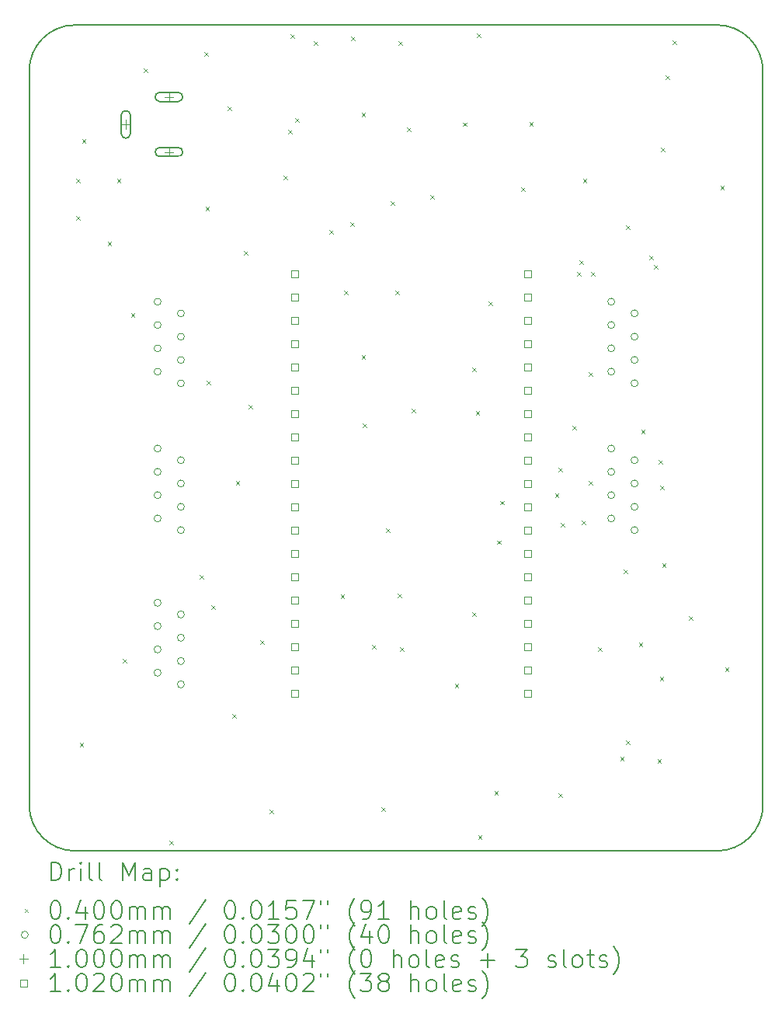
<source format=gbr>
%TF.GenerationSoftware,KiCad,Pcbnew,7.0.2*%
%TF.CreationDate,2023-05-10T12:44:24-04:00*%
%TF.ProjectId,ArenaController,4172656e-6143-46f6-9e74-726f6c6c6572,v0.4*%
%TF.SameCoordinates,Original*%
%TF.FileFunction,Drillmap*%
%TF.FilePolarity,Positive*%
%FSLAX45Y45*%
G04 Gerber Fmt 4.5, Leading zero omitted, Abs format (unit mm)*
G04 Created by KiCad (PCBNEW 7.0.2) date 2023-05-10 12:44:24*
%MOMM*%
%LPD*%
G01*
G04 APERTURE LIST*
%ADD10C,0.200000*%
%ADD11C,0.040000*%
%ADD12C,0.076200*%
%ADD13C,0.100000*%
%ADD14C,0.102000*%
G04 APERTURE END LIST*
D10*
X10000000Y-4500000D02*
G75*
G03*
X9500000Y-5000000I0J-500000D01*
G01*
X9500000Y-13000000D02*
G75*
G03*
X10000000Y-13500000I500000J0D01*
G01*
X17500000Y-5000000D02*
G75*
G03*
X17000000Y-4500000I-500000J0D01*
G01*
X17500000Y-5000000D02*
X17500000Y-13000000D01*
X10000000Y-4500000D02*
X17000000Y-4500000D01*
X9500000Y-13000000D02*
X9500000Y-5000000D01*
X17000000Y-13500000D02*
G75*
G03*
X17500000Y-13000000I0J500000D01*
G01*
X17000000Y-13500000D02*
X10000000Y-13500000D01*
D11*
X10013000Y-6177600D02*
X10053000Y-6217600D01*
X10053000Y-6177600D02*
X10013000Y-6217600D01*
X10013000Y-6584000D02*
X10053000Y-6624000D01*
X10053000Y-6584000D02*
X10013000Y-6624000D01*
X10051100Y-12324400D02*
X10091100Y-12364400D01*
X10091100Y-12324400D02*
X10051100Y-12364400D01*
X10076500Y-5745800D02*
X10116500Y-5785800D01*
X10116500Y-5745800D02*
X10076500Y-5785800D01*
X10355900Y-6863400D02*
X10395900Y-6903400D01*
X10395900Y-6863400D02*
X10355900Y-6903400D01*
X10457500Y-6177600D02*
X10497500Y-6217600D01*
X10497500Y-6177600D02*
X10457500Y-6217600D01*
X10521000Y-11410000D02*
X10561000Y-11450000D01*
X10561000Y-11410000D02*
X10521000Y-11450000D01*
X10609900Y-7638100D02*
X10649900Y-7678100D01*
X10649900Y-7638100D02*
X10609900Y-7678100D01*
X10749600Y-4971100D02*
X10789600Y-5011100D01*
X10789600Y-4971100D02*
X10749600Y-5011100D01*
X11029000Y-13391200D02*
X11069000Y-13431200D01*
X11069000Y-13391200D02*
X11029000Y-13431200D01*
X11359200Y-10495600D02*
X11399200Y-10535600D01*
X11399200Y-10495600D02*
X11359200Y-10535600D01*
X11410000Y-4793300D02*
X11450000Y-4833300D01*
X11450000Y-4793300D02*
X11410000Y-4833300D01*
X11422700Y-6482400D02*
X11462700Y-6522400D01*
X11462700Y-6482400D02*
X11422700Y-6522400D01*
X11435400Y-8374700D02*
X11475400Y-8414700D01*
X11475400Y-8374700D02*
X11435400Y-8414700D01*
X11486200Y-10825800D02*
X11526200Y-10865800D01*
X11526200Y-10825800D02*
X11486200Y-10865800D01*
X11664000Y-5390200D02*
X11704000Y-5430200D01*
X11704000Y-5390200D02*
X11664000Y-5430200D01*
X11714800Y-12006900D02*
X11754800Y-12046900D01*
X11754800Y-12006900D02*
X11714800Y-12046900D01*
X11752900Y-9466900D02*
X11792900Y-9506900D01*
X11792900Y-9466900D02*
X11752900Y-9506900D01*
X11841800Y-6965000D02*
X11881800Y-7005000D01*
X11881800Y-6965000D02*
X11841800Y-7005000D01*
X11892600Y-8641400D02*
X11932600Y-8681400D01*
X11932600Y-8641400D02*
X11892600Y-8681400D01*
X12019600Y-11206800D02*
X12059600Y-11246800D01*
X12059600Y-11206800D02*
X12019600Y-11246800D01*
X12121200Y-13048300D02*
X12161200Y-13088300D01*
X12161200Y-13048300D02*
X12121200Y-13088300D01*
X12273600Y-6139500D02*
X12313600Y-6179500D01*
X12313600Y-6139500D02*
X12273600Y-6179500D01*
X12324400Y-5644200D02*
X12364400Y-5684200D01*
X12364400Y-5644200D02*
X12324400Y-5684200D01*
X12349800Y-4602800D02*
X12389800Y-4642800D01*
X12389800Y-4602800D02*
X12349800Y-4642800D01*
X12400600Y-5517200D02*
X12440600Y-5557200D01*
X12440600Y-5517200D02*
X12400600Y-5557200D01*
X12603800Y-4679000D02*
X12643800Y-4719000D01*
X12643800Y-4679000D02*
X12603800Y-4719000D01*
X12775000Y-6732500D02*
X12815000Y-6772500D01*
X12815000Y-6732500D02*
X12775000Y-6772500D01*
X12895000Y-10705000D02*
X12935000Y-10745000D01*
X12935000Y-10705000D02*
X12895000Y-10745000D01*
X12934000Y-7396800D02*
X12974000Y-7436800D01*
X12974000Y-7396800D02*
X12934000Y-7436800D01*
X13000000Y-6647500D02*
X13040000Y-6687500D01*
X13040000Y-6647500D02*
X13000000Y-6687500D01*
X13010200Y-4628200D02*
X13050200Y-4668200D01*
X13050200Y-4628200D02*
X13010200Y-4668200D01*
X13124500Y-5453700D02*
X13164500Y-5493700D01*
X13164500Y-5453700D02*
X13124500Y-5493700D01*
X13124500Y-8095300D02*
X13164500Y-8135300D01*
X13164500Y-8095300D02*
X13124500Y-8135300D01*
X13137200Y-8844600D02*
X13177200Y-8884600D01*
X13177200Y-8844600D02*
X13137200Y-8884600D01*
X13238800Y-11257600D02*
X13278800Y-11297600D01*
X13278800Y-11257600D02*
X13238800Y-11297600D01*
X13340400Y-13022900D02*
X13380400Y-13062900D01*
X13380400Y-13022900D02*
X13340400Y-13062900D01*
X13391200Y-9987600D02*
X13431200Y-10027600D01*
X13431200Y-9987600D02*
X13391200Y-10027600D01*
X13442000Y-6418900D02*
X13482000Y-6458900D01*
X13482000Y-6418900D02*
X13442000Y-6458900D01*
X13492800Y-7396800D02*
X13532800Y-7436800D01*
X13532800Y-7396800D02*
X13492800Y-7436800D01*
X13518200Y-10698800D02*
X13558200Y-10738800D01*
X13558200Y-10698800D02*
X13518200Y-10738800D01*
X13525000Y-4680000D02*
X13565000Y-4720000D01*
X13565000Y-4680000D02*
X13525000Y-4720000D01*
X13543600Y-11283000D02*
X13583600Y-11323000D01*
X13583600Y-11283000D02*
X13543600Y-11323000D01*
X13619800Y-5618800D02*
X13659800Y-5658800D01*
X13659800Y-5618800D02*
X13619800Y-5658800D01*
X13670600Y-8679500D02*
X13710600Y-8719500D01*
X13710600Y-8679500D02*
X13670600Y-8719500D01*
X13873800Y-6355400D02*
X13913800Y-6395400D01*
X13913800Y-6355400D02*
X13873800Y-6395400D01*
X14140500Y-11676700D02*
X14180500Y-11716700D01*
X14180500Y-11676700D02*
X14140500Y-11716700D01*
X14230000Y-5562500D02*
X14270000Y-5602500D01*
X14270000Y-5562500D02*
X14230000Y-5602500D01*
X14331000Y-8235000D02*
X14371000Y-8275000D01*
X14371000Y-8235000D02*
X14331000Y-8275000D01*
X14331000Y-10902000D02*
X14371000Y-10942000D01*
X14371000Y-10902000D02*
X14331000Y-10942000D01*
X14369100Y-8704900D02*
X14409100Y-8744900D01*
X14409100Y-8704900D02*
X14369100Y-8744900D01*
X14380000Y-4595000D02*
X14420000Y-4635000D01*
X14420000Y-4595000D02*
X14380000Y-4635000D01*
X14394500Y-13327700D02*
X14434500Y-13367700D01*
X14434500Y-13327700D02*
X14394500Y-13367700D01*
X14508800Y-7511100D02*
X14548800Y-7551100D01*
X14548800Y-7511100D02*
X14508800Y-7551100D01*
X14572300Y-12845100D02*
X14612300Y-12885100D01*
X14612300Y-12845100D02*
X14572300Y-12885100D01*
X14602500Y-10117500D02*
X14642500Y-10157500D01*
X14642500Y-10117500D02*
X14602500Y-10157500D01*
X14637500Y-9685000D02*
X14677500Y-9725000D01*
X14677500Y-9685000D02*
X14637500Y-9725000D01*
X14864400Y-6266500D02*
X14904400Y-6306500D01*
X14904400Y-6266500D02*
X14864400Y-6306500D01*
X14953300Y-5555300D02*
X14993300Y-5595300D01*
X14993300Y-5555300D02*
X14953300Y-5595300D01*
X15232700Y-9606600D02*
X15272700Y-9646600D01*
X15272700Y-9606600D02*
X15232700Y-9646600D01*
X15270800Y-9327200D02*
X15310800Y-9367200D01*
X15310800Y-9327200D02*
X15270800Y-9367200D01*
X15270800Y-12870500D02*
X15310800Y-12910500D01*
X15310800Y-12870500D02*
X15270800Y-12910500D01*
X15296200Y-9924100D02*
X15336200Y-9964100D01*
X15336200Y-9924100D02*
X15296200Y-9964100D01*
X15423200Y-8870000D02*
X15463200Y-8910000D01*
X15463200Y-8870000D02*
X15423200Y-8910000D01*
X15474000Y-7193600D02*
X15514000Y-7233600D01*
X15514000Y-7193600D02*
X15474000Y-7233600D01*
X15499400Y-7066600D02*
X15539400Y-7106600D01*
X15539400Y-7066600D02*
X15499400Y-7106600D01*
X15524800Y-9898700D02*
X15564800Y-9938700D01*
X15564800Y-9898700D02*
X15524800Y-9938700D01*
X15537500Y-6177600D02*
X15577500Y-6217600D01*
X15577500Y-6177600D02*
X15537500Y-6217600D01*
X15601000Y-8285800D02*
X15641000Y-8325800D01*
X15641000Y-8285800D02*
X15601000Y-8325800D01*
X15601000Y-9466900D02*
X15641000Y-9506900D01*
X15641000Y-9466900D02*
X15601000Y-9506900D01*
X15626400Y-7193600D02*
X15666400Y-7233600D01*
X15666400Y-7193600D02*
X15626400Y-7233600D01*
X15702600Y-11283000D02*
X15742600Y-11323000D01*
X15742600Y-11283000D02*
X15702600Y-11323000D01*
X15943900Y-12476800D02*
X15983900Y-12516800D01*
X15983900Y-12476800D02*
X15943900Y-12516800D01*
X15982000Y-10432100D02*
X16022000Y-10472100D01*
X16022000Y-10432100D02*
X15982000Y-10472100D01*
X16007400Y-6685600D02*
X16047400Y-6725600D01*
X16047400Y-6685600D02*
X16007400Y-6725600D01*
X16007400Y-12299000D02*
X16047400Y-12339000D01*
X16047400Y-12299000D02*
X16007400Y-12339000D01*
X16147100Y-11232200D02*
X16187100Y-11272200D01*
X16187100Y-11232200D02*
X16147100Y-11272200D01*
X16172500Y-8908100D02*
X16212500Y-8948100D01*
X16212500Y-8908100D02*
X16172500Y-8948100D01*
X16261400Y-7015800D02*
X16301400Y-7055800D01*
X16301400Y-7015800D02*
X16261400Y-7055800D01*
X16312200Y-7117400D02*
X16352200Y-7157400D01*
X16352200Y-7117400D02*
X16312200Y-7157400D01*
X16350300Y-12502200D02*
X16390300Y-12542200D01*
X16390300Y-12502200D02*
X16350300Y-12542200D01*
X16363000Y-9238300D02*
X16403000Y-9278300D01*
X16403000Y-9238300D02*
X16363000Y-9278300D01*
X16375700Y-11600500D02*
X16415700Y-11640500D01*
X16415700Y-11600500D02*
X16375700Y-11640500D01*
X16379102Y-9521933D02*
X16419102Y-9561933D01*
X16419102Y-9521933D02*
X16379102Y-9561933D01*
X16388400Y-5834700D02*
X16428400Y-5874700D01*
X16428400Y-5834700D02*
X16388400Y-5874700D01*
X16401100Y-10368600D02*
X16441100Y-10408600D01*
X16441100Y-10368600D02*
X16401100Y-10408600D01*
X16439200Y-5047300D02*
X16479200Y-5087300D01*
X16479200Y-5047300D02*
X16439200Y-5087300D01*
X16515400Y-4666300D02*
X16555400Y-4706300D01*
X16555400Y-4666300D02*
X16515400Y-4706300D01*
X16693200Y-10940100D02*
X16733200Y-10980100D01*
X16733200Y-10940100D02*
X16693200Y-10980100D01*
X17036100Y-6253800D02*
X17076100Y-6293800D01*
X17076100Y-6253800D02*
X17036100Y-6293800D01*
X17086900Y-11498900D02*
X17126900Y-11538900D01*
X17126900Y-11498900D02*
X17086900Y-11538900D01*
D12*
X10938100Y-7515500D02*
G75*
G03*
X10938100Y-7515500I-38100J0D01*
G01*
X10938100Y-7769500D02*
G75*
G03*
X10938100Y-7769500I-38100J0D01*
G01*
X10938100Y-8023500D02*
G75*
G03*
X10938100Y-8023500I-38100J0D01*
G01*
X10938100Y-8277500D02*
G75*
G03*
X10938100Y-8277500I-38100J0D01*
G01*
X10938100Y-9115500D02*
G75*
G03*
X10938100Y-9115500I-38100J0D01*
G01*
X10938100Y-9369500D02*
G75*
G03*
X10938100Y-9369500I-38100J0D01*
G01*
X10938100Y-9623500D02*
G75*
G03*
X10938100Y-9623500I-38100J0D01*
G01*
X10938100Y-9877500D02*
G75*
G03*
X10938100Y-9877500I-38100J0D01*
G01*
X10938100Y-10795500D02*
G75*
G03*
X10938100Y-10795500I-38100J0D01*
G01*
X10938100Y-11049500D02*
G75*
G03*
X10938100Y-11049500I-38100J0D01*
G01*
X10938100Y-11303500D02*
G75*
G03*
X10938100Y-11303500I-38100J0D01*
G01*
X10938100Y-11557500D02*
G75*
G03*
X10938100Y-11557500I-38100J0D01*
G01*
X11192100Y-7642500D02*
G75*
G03*
X11192100Y-7642500I-38100J0D01*
G01*
X11192100Y-7896500D02*
G75*
G03*
X11192100Y-7896500I-38100J0D01*
G01*
X11192100Y-8150500D02*
G75*
G03*
X11192100Y-8150500I-38100J0D01*
G01*
X11192100Y-8404500D02*
G75*
G03*
X11192100Y-8404500I-38100J0D01*
G01*
X11192100Y-9242500D02*
G75*
G03*
X11192100Y-9242500I-38100J0D01*
G01*
X11192100Y-9496500D02*
G75*
G03*
X11192100Y-9496500I-38100J0D01*
G01*
X11192100Y-9750500D02*
G75*
G03*
X11192100Y-9750500I-38100J0D01*
G01*
X11192100Y-10004500D02*
G75*
G03*
X11192100Y-10004500I-38100J0D01*
G01*
X11192100Y-10922500D02*
G75*
G03*
X11192100Y-10922500I-38100J0D01*
G01*
X11192100Y-11176500D02*
G75*
G03*
X11192100Y-11176500I-38100J0D01*
G01*
X11192100Y-11430500D02*
G75*
G03*
X11192100Y-11430500I-38100J0D01*
G01*
X11192100Y-11684500D02*
G75*
G03*
X11192100Y-11684500I-38100J0D01*
G01*
X15884100Y-7515500D02*
G75*
G03*
X15884100Y-7515500I-38100J0D01*
G01*
X15884100Y-7769500D02*
G75*
G03*
X15884100Y-7769500I-38100J0D01*
G01*
X15884100Y-8023500D02*
G75*
G03*
X15884100Y-8023500I-38100J0D01*
G01*
X15884100Y-8277500D02*
G75*
G03*
X15884100Y-8277500I-38100J0D01*
G01*
X15884100Y-9115500D02*
G75*
G03*
X15884100Y-9115500I-38100J0D01*
G01*
X15884100Y-9369500D02*
G75*
G03*
X15884100Y-9369500I-38100J0D01*
G01*
X15884100Y-9623500D02*
G75*
G03*
X15884100Y-9623500I-38100J0D01*
G01*
X15884100Y-9877500D02*
G75*
G03*
X15884100Y-9877500I-38100J0D01*
G01*
X16138100Y-7642500D02*
G75*
G03*
X16138100Y-7642500I-38100J0D01*
G01*
X16138100Y-7896500D02*
G75*
G03*
X16138100Y-7896500I-38100J0D01*
G01*
X16138100Y-8150500D02*
G75*
G03*
X16138100Y-8150500I-38100J0D01*
G01*
X16138100Y-8404500D02*
G75*
G03*
X16138100Y-8404500I-38100J0D01*
G01*
X16138100Y-9242500D02*
G75*
G03*
X16138100Y-9242500I-38100J0D01*
G01*
X16138100Y-9496500D02*
G75*
G03*
X16138100Y-9496500I-38100J0D01*
G01*
X16138100Y-9750500D02*
G75*
G03*
X16138100Y-9750500I-38100J0D01*
G01*
X16138100Y-10004500D02*
G75*
G03*
X16138100Y-10004500I-38100J0D01*
G01*
D13*
X10553600Y-5533200D02*
X10553600Y-5633200D01*
X10503600Y-5583200D02*
X10603600Y-5583200D01*
D10*
X10503600Y-5483200D02*
X10503600Y-5683200D01*
X10503600Y-5683200D02*
G75*
G03*
X10603600Y-5683200I50000J0D01*
G01*
X10603600Y-5683200D02*
X10603600Y-5483200D01*
X10603600Y-5483200D02*
G75*
G03*
X10503600Y-5483200I-50000J0D01*
G01*
D13*
X11023600Y-5233200D02*
X11023600Y-5333200D01*
X10973600Y-5283200D02*
X11073600Y-5283200D01*
D10*
X11123600Y-5233200D02*
X10923600Y-5233200D01*
X10923600Y-5233200D02*
G75*
G03*
X10923600Y-5333200I0J-50000D01*
G01*
X10923600Y-5333200D02*
X11123600Y-5333200D01*
X11123600Y-5333200D02*
G75*
G03*
X11123600Y-5233200I0J50000D01*
G01*
D13*
X11023600Y-5833200D02*
X11023600Y-5933200D01*
X10973600Y-5883200D02*
X11073600Y-5883200D01*
D10*
X11123600Y-5833200D02*
X10923600Y-5833200D01*
X10923600Y-5833200D02*
G75*
G03*
X10923600Y-5933200I0J-50000D01*
G01*
X10923600Y-5933200D02*
X11123600Y-5933200D01*
X11123600Y-5933200D02*
G75*
G03*
X11123600Y-5833200I0J50000D01*
G01*
D14*
X12431263Y-7249663D02*
X12431263Y-7177537D01*
X12359137Y-7177537D01*
X12359137Y-7249663D01*
X12431263Y-7249663D01*
X12431263Y-7503663D02*
X12431263Y-7431537D01*
X12359137Y-7431537D01*
X12359137Y-7503663D01*
X12431263Y-7503663D01*
X12431263Y-7757663D02*
X12431263Y-7685537D01*
X12359137Y-7685537D01*
X12359137Y-7757663D01*
X12431263Y-7757663D01*
X12431263Y-8011663D02*
X12431263Y-7939537D01*
X12359137Y-7939537D01*
X12359137Y-8011663D01*
X12431263Y-8011663D01*
X12431263Y-8265663D02*
X12431263Y-8193537D01*
X12359137Y-8193537D01*
X12359137Y-8265663D01*
X12431263Y-8265663D01*
X12431263Y-8519663D02*
X12431263Y-8447537D01*
X12359137Y-8447537D01*
X12359137Y-8519663D01*
X12431263Y-8519663D01*
X12431263Y-8773663D02*
X12431263Y-8701537D01*
X12359137Y-8701537D01*
X12359137Y-8773663D01*
X12431263Y-8773663D01*
X12431263Y-9027663D02*
X12431263Y-8955537D01*
X12359137Y-8955537D01*
X12359137Y-9027663D01*
X12431263Y-9027663D01*
X12431263Y-9281663D02*
X12431263Y-9209537D01*
X12359137Y-9209537D01*
X12359137Y-9281663D01*
X12431263Y-9281663D01*
X12431263Y-9535663D02*
X12431263Y-9463537D01*
X12359137Y-9463537D01*
X12359137Y-9535663D01*
X12431263Y-9535663D01*
X12431263Y-9789663D02*
X12431263Y-9717537D01*
X12359137Y-9717537D01*
X12359137Y-9789663D01*
X12431263Y-9789663D01*
X12431263Y-10043663D02*
X12431263Y-9971537D01*
X12359137Y-9971537D01*
X12359137Y-10043663D01*
X12431263Y-10043663D01*
X12431263Y-10297663D02*
X12431263Y-10225537D01*
X12359137Y-10225537D01*
X12359137Y-10297663D01*
X12431263Y-10297663D01*
X12431263Y-10551663D02*
X12431263Y-10479537D01*
X12359137Y-10479537D01*
X12359137Y-10551663D01*
X12431263Y-10551663D01*
X12431263Y-10805663D02*
X12431263Y-10733537D01*
X12359137Y-10733537D01*
X12359137Y-10805663D01*
X12431263Y-10805663D01*
X12431263Y-11059663D02*
X12431263Y-10987537D01*
X12359137Y-10987537D01*
X12359137Y-11059663D01*
X12431263Y-11059663D01*
X12431263Y-11313663D02*
X12431263Y-11241537D01*
X12359137Y-11241537D01*
X12359137Y-11313663D01*
X12431263Y-11313663D01*
X12431263Y-11567663D02*
X12431263Y-11495537D01*
X12359137Y-11495537D01*
X12359137Y-11567663D01*
X12431263Y-11567663D01*
X12431263Y-11821663D02*
X12431263Y-11749537D01*
X12359137Y-11749537D01*
X12359137Y-11821663D01*
X12431263Y-11821663D01*
X14971263Y-7249663D02*
X14971263Y-7177537D01*
X14899137Y-7177537D01*
X14899137Y-7249663D01*
X14971263Y-7249663D01*
X14971263Y-7503663D02*
X14971263Y-7431537D01*
X14899137Y-7431537D01*
X14899137Y-7503663D01*
X14971263Y-7503663D01*
X14971263Y-7757663D02*
X14971263Y-7685537D01*
X14899137Y-7685537D01*
X14899137Y-7757663D01*
X14971263Y-7757663D01*
X14971263Y-8011663D02*
X14971263Y-7939537D01*
X14899137Y-7939537D01*
X14899137Y-8011663D01*
X14971263Y-8011663D01*
X14971263Y-8265663D02*
X14971263Y-8193537D01*
X14899137Y-8193537D01*
X14899137Y-8265663D01*
X14971263Y-8265663D01*
X14971263Y-8519663D02*
X14971263Y-8447537D01*
X14899137Y-8447537D01*
X14899137Y-8519663D01*
X14971263Y-8519663D01*
X14971263Y-8773663D02*
X14971263Y-8701537D01*
X14899137Y-8701537D01*
X14899137Y-8773663D01*
X14971263Y-8773663D01*
X14971263Y-9027663D02*
X14971263Y-8955537D01*
X14899137Y-8955537D01*
X14899137Y-9027663D01*
X14971263Y-9027663D01*
X14971263Y-9281663D02*
X14971263Y-9209537D01*
X14899137Y-9209537D01*
X14899137Y-9281663D01*
X14971263Y-9281663D01*
X14971263Y-9535663D02*
X14971263Y-9463537D01*
X14899137Y-9463537D01*
X14899137Y-9535663D01*
X14971263Y-9535663D01*
X14971263Y-9789663D02*
X14971263Y-9717537D01*
X14899137Y-9717537D01*
X14899137Y-9789663D01*
X14971263Y-9789663D01*
X14971263Y-10043663D02*
X14971263Y-9971537D01*
X14899137Y-9971537D01*
X14899137Y-10043663D01*
X14971263Y-10043663D01*
X14971263Y-10297663D02*
X14971263Y-10225537D01*
X14899137Y-10225537D01*
X14899137Y-10297663D01*
X14971263Y-10297663D01*
X14971263Y-10551663D02*
X14971263Y-10479537D01*
X14899137Y-10479537D01*
X14899137Y-10551663D01*
X14971263Y-10551663D01*
X14971263Y-10805663D02*
X14971263Y-10733537D01*
X14899137Y-10733537D01*
X14899137Y-10805663D01*
X14971263Y-10805663D01*
X14971263Y-11059663D02*
X14971263Y-10987537D01*
X14899137Y-10987537D01*
X14899137Y-11059663D01*
X14971263Y-11059663D01*
X14971263Y-11313663D02*
X14971263Y-11241537D01*
X14899137Y-11241537D01*
X14899137Y-11313663D01*
X14971263Y-11313663D01*
X14971263Y-11567663D02*
X14971263Y-11495537D01*
X14899137Y-11495537D01*
X14899137Y-11567663D01*
X14971263Y-11567663D01*
X14971263Y-11821663D02*
X14971263Y-11749537D01*
X14899137Y-11749537D01*
X14899137Y-11821663D01*
X14971263Y-11821663D01*
D10*
X9737619Y-13822524D02*
X9737619Y-13622524D01*
X9737619Y-13622524D02*
X9785238Y-13622524D01*
X9785238Y-13622524D02*
X9813810Y-13632048D01*
X9813810Y-13632048D02*
X9832857Y-13651095D01*
X9832857Y-13651095D02*
X9842381Y-13670143D01*
X9842381Y-13670143D02*
X9851905Y-13708238D01*
X9851905Y-13708238D02*
X9851905Y-13736809D01*
X9851905Y-13736809D02*
X9842381Y-13774905D01*
X9842381Y-13774905D02*
X9832857Y-13793952D01*
X9832857Y-13793952D02*
X9813810Y-13813000D01*
X9813810Y-13813000D02*
X9785238Y-13822524D01*
X9785238Y-13822524D02*
X9737619Y-13822524D01*
X9937619Y-13822524D02*
X9937619Y-13689190D01*
X9937619Y-13727286D02*
X9947143Y-13708238D01*
X9947143Y-13708238D02*
X9956667Y-13698714D01*
X9956667Y-13698714D02*
X9975714Y-13689190D01*
X9975714Y-13689190D02*
X9994762Y-13689190D01*
X10061429Y-13822524D02*
X10061429Y-13689190D01*
X10061429Y-13622524D02*
X10051905Y-13632048D01*
X10051905Y-13632048D02*
X10061429Y-13641571D01*
X10061429Y-13641571D02*
X10070952Y-13632048D01*
X10070952Y-13632048D02*
X10061429Y-13622524D01*
X10061429Y-13622524D02*
X10061429Y-13641571D01*
X10185238Y-13822524D02*
X10166190Y-13813000D01*
X10166190Y-13813000D02*
X10156667Y-13793952D01*
X10156667Y-13793952D02*
X10156667Y-13622524D01*
X10290000Y-13822524D02*
X10270952Y-13813000D01*
X10270952Y-13813000D02*
X10261429Y-13793952D01*
X10261429Y-13793952D02*
X10261429Y-13622524D01*
X10518571Y-13822524D02*
X10518571Y-13622524D01*
X10518571Y-13622524D02*
X10585238Y-13765381D01*
X10585238Y-13765381D02*
X10651905Y-13622524D01*
X10651905Y-13622524D02*
X10651905Y-13822524D01*
X10832857Y-13822524D02*
X10832857Y-13717762D01*
X10832857Y-13717762D02*
X10823333Y-13698714D01*
X10823333Y-13698714D02*
X10804286Y-13689190D01*
X10804286Y-13689190D02*
X10766190Y-13689190D01*
X10766190Y-13689190D02*
X10747143Y-13698714D01*
X10832857Y-13813000D02*
X10813810Y-13822524D01*
X10813810Y-13822524D02*
X10766190Y-13822524D01*
X10766190Y-13822524D02*
X10747143Y-13813000D01*
X10747143Y-13813000D02*
X10737619Y-13793952D01*
X10737619Y-13793952D02*
X10737619Y-13774905D01*
X10737619Y-13774905D02*
X10747143Y-13755857D01*
X10747143Y-13755857D02*
X10766190Y-13746333D01*
X10766190Y-13746333D02*
X10813810Y-13746333D01*
X10813810Y-13746333D02*
X10832857Y-13736809D01*
X10928095Y-13689190D02*
X10928095Y-13889190D01*
X10928095Y-13698714D02*
X10947143Y-13689190D01*
X10947143Y-13689190D02*
X10985238Y-13689190D01*
X10985238Y-13689190D02*
X11004286Y-13698714D01*
X11004286Y-13698714D02*
X11013810Y-13708238D01*
X11013810Y-13708238D02*
X11023333Y-13727286D01*
X11023333Y-13727286D02*
X11023333Y-13784428D01*
X11023333Y-13784428D02*
X11013810Y-13803476D01*
X11013810Y-13803476D02*
X11004286Y-13813000D01*
X11004286Y-13813000D02*
X10985238Y-13822524D01*
X10985238Y-13822524D02*
X10947143Y-13822524D01*
X10947143Y-13822524D02*
X10928095Y-13813000D01*
X11109048Y-13803476D02*
X11118571Y-13813000D01*
X11118571Y-13813000D02*
X11109048Y-13822524D01*
X11109048Y-13822524D02*
X11099524Y-13813000D01*
X11099524Y-13813000D02*
X11109048Y-13803476D01*
X11109048Y-13803476D02*
X11109048Y-13822524D01*
X11109048Y-13698714D02*
X11118571Y-13708238D01*
X11118571Y-13708238D02*
X11109048Y-13717762D01*
X11109048Y-13717762D02*
X11099524Y-13708238D01*
X11099524Y-13708238D02*
X11109048Y-13698714D01*
X11109048Y-13698714D02*
X11109048Y-13717762D01*
D11*
X9450000Y-14130000D02*
X9490000Y-14170000D01*
X9490000Y-14130000D02*
X9450000Y-14170000D01*
D10*
X9775714Y-14042524D02*
X9794762Y-14042524D01*
X9794762Y-14042524D02*
X9813810Y-14052048D01*
X9813810Y-14052048D02*
X9823333Y-14061571D01*
X9823333Y-14061571D02*
X9832857Y-14080619D01*
X9832857Y-14080619D02*
X9842381Y-14118714D01*
X9842381Y-14118714D02*
X9842381Y-14166333D01*
X9842381Y-14166333D02*
X9832857Y-14204428D01*
X9832857Y-14204428D02*
X9823333Y-14223476D01*
X9823333Y-14223476D02*
X9813810Y-14233000D01*
X9813810Y-14233000D02*
X9794762Y-14242524D01*
X9794762Y-14242524D02*
X9775714Y-14242524D01*
X9775714Y-14242524D02*
X9756667Y-14233000D01*
X9756667Y-14233000D02*
X9747143Y-14223476D01*
X9747143Y-14223476D02*
X9737619Y-14204428D01*
X9737619Y-14204428D02*
X9728095Y-14166333D01*
X9728095Y-14166333D02*
X9728095Y-14118714D01*
X9728095Y-14118714D02*
X9737619Y-14080619D01*
X9737619Y-14080619D02*
X9747143Y-14061571D01*
X9747143Y-14061571D02*
X9756667Y-14052048D01*
X9756667Y-14052048D02*
X9775714Y-14042524D01*
X9928095Y-14223476D02*
X9937619Y-14233000D01*
X9937619Y-14233000D02*
X9928095Y-14242524D01*
X9928095Y-14242524D02*
X9918571Y-14233000D01*
X9918571Y-14233000D02*
X9928095Y-14223476D01*
X9928095Y-14223476D02*
X9928095Y-14242524D01*
X10109048Y-14109190D02*
X10109048Y-14242524D01*
X10061429Y-14033000D02*
X10013810Y-14175857D01*
X10013810Y-14175857D02*
X10137619Y-14175857D01*
X10251905Y-14042524D02*
X10270952Y-14042524D01*
X10270952Y-14042524D02*
X10290000Y-14052048D01*
X10290000Y-14052048D02*
X10299524Y-14061571D01*
X10299524Y-14061571D02*
X10309048Y-14080619D01*
X10309048Y-14080619D02*
X10318571Y-14118714D01*
X10318571Y-14118714D02*
X10318571Y-14166333D01*
X10318571Y-14166333D02*
X10309048Y-14204428D01*
X10309048Y-14204428D02*
X10299524Y-14223476D01*
X10299524Y-14223476D02*
X10290000Y-14233000D01*
X10290000Y-14233000D02*
X10270952Y-14242524D01*
X10270952Y-14242524D02*
X10251905Y-14242524D01*
X10251905Y-14242524D02*
X10232857Y-14233000D01*
X10232857Y-14233000D02*
X10223333Y-14223476D01*
X10223333Y-14223476D02*
X10213810Y-14204428D01*
X10213810Y-14204428D02*
X10204286Y-14166333D01*
X10204286Y-14166333D02*
X10204286Y-14118714D01*
X10204286Y-14118714D02*
X10213810Y-14080619D01*
X10213810Y-14080619D02*
X10223333Y-14061571D01*
X10223333Y-14061571D02*
X10232857Y-14052048D01*
X10232857Y-14052048D02*
X10251905Y-14042524D01*
X10442381Y-14042524D02*
X10461429Y-14042524D01*
X10461429Y-14042524D02*
X10480476Y-14052048D01*
X10480476Y-14052048D02*
X10490000Y-14061571D01*
X10490000Y-14061571D02*
X10499524Y-14080619D01*
X10499524Y-14080619D02*
X10509048Y-14118714D01*
X10509048Y-14118714D02*
X10509048Y-14166333D01*
X10509048Y-14166333D02*
X10499524Y-14204428D01*
X10499524Y-14204428D02*
X10490000Y-14223476D01*
X10490000Y-14223476D02*
X10480476Y-14233000D01*
X10480476Y-14233000D02*
X10461429Y-14242524D01*
X10461429Y-14242524D02*
X10442381Y-14242524D01*
X10442381Y-14242524D02*
X10423333Y-14233000D01*
X10423333Y-14233000D02*
X10413810Y-14223476D01*
X10413810Y-14223476D02*
X10404286Y-14204428D01*
X10404286Y-14204428D02*
X10394762Y-14166333D01*
X10394762Y-14166333D02*
X10394762Y-14118714D01*
X10394762Y-14118714D02*
X10404286Y-14080619D01*
X10404286Y-14080619D02*
X10413810Y-14061571D01*
X10413810Y-14061571D02*
X10423333Y-14052048D01*
X10423333Y-14052048D02*
X10442381Y-14042524D01*
X10594762Y-14242524D02*
X10594762Y-14109190D01*
X10594762Y-14128238D02*
X10604286Y-14118714D01*
X10604286Y-14118714D02*
X10623333Y-14109190D01*
X10623333Y-14109190D02*
X10651905Y-14109190D01*
X10651905Y-14109190D02*
X10670952Y-14118714D01*
X10670952Y-14118714D02*
X10680476Y-14137762D01*
X10680476Y-14137762D02*
X10680476Y-14242524D01*
X10680476Y-14137762D02*
X10690000Y-14118714D01*
X10690000Y-14118714D02*
X10709048Y-14109190D01*
X10709048Y-14109190D02*
X10737619Y-14109190D01*
X10737619Y-14109190D02*
X10756667Y-14118714D01*
X10756667Y-14118714D02*
X10766191Y-14137762D01*
X10766191Y-14137762D02*
X10766191Y-14242524D01*
X10861429Y-14242524D02*
X10861429Y-14109190D01*
X10861429Y-14128238D02*
X10870952Y-14118714D01*
X10870952Y-14118714D02*
X10890000Y-14109190D01*
X10890000Y-14109190D02*
X10918572Y-14109190D01*
X10918572Y-14109190D02*
X10937619Y-14118714D01*
X10937619Y-14118714D02*
X10947143Y-14137762D01*
X10947143Y-14137762D02*
X10947143Y-14242524D01*
X10947143Y-14137762D02*
X10956667Y-14118714D01*
X10956667Y-14118714D02*
X10975714Y-14109190D01*
X10975714Y-14109190D02*
X11004286Y-14109190D01*
X11004286Y-14109190D02*
X11023333Y-14118714D01*
X11023333Y-14118714D02*
X11032857Y-14137762D01*
X11032857Y-14137762D02*
X11032857Y-14242524D01*
X11423333Y-14033000D02*
X11251905Y-14290143D01*
X11680476Y-14042524D02*
X11699524Y-14042524D01*
X11699524Y-14042524D02*
X11718572Y-14052048D01*
X11718572Y-14052048D02*
X11728095Y-14061571D01*
X11728095Y-14061571D02*
X11737619Y-14080619D01*
X11737619Y-14080619D02*
X11747143Y-14118714D01*
X11747143Y-14118714D02*
X11747143Y-14166333D01*
X11747143Y-14166333D02*
X11737619Y-14204428D01*
X11737619Y-14204428D02*
X11728095Y-14223476D01*
X11728095Y-14223476D02*
X11718572Y-14233000D01*
X11718572Y-14233000D02*
X11699524Y-14242524D01*
X11699524Y-14242524D02*
X11680476Y-14242524D01*
X11680476Y-14242524D02*
X11661429Y-14233000D01*
X11661429Y-14233000D02*
X11651905Y-14223476D01*
X11651905Y-14223476D02*
X11642381Y-14204428D01*
X11642381Y-14204428D02*
X11632857Y-14166333D01*
X11632857Y-14166333D02*
X11632857Y-14118714D01*
X11632857Y-14118714D02*
X11642381Y-14080619D01*
X11642381Y-14080619D02*
X11651905Y-14061571D01*
X11651905Y-14061571D02*
X11661429Y-14052048D01*
X11661429Y-14052048D02*
X11680476Y-14042524D01*
X11832857Y-14223476D02*
X11842381Y-14233000D01*
X11842381Y-14233000D02*
X11832857Y-14242524D01*
X11832857Y-14242524D02*
X11823333Y-14233000D01*
X11823333Y-14233000D02*
X11832857Y-14223476D01*
X11832857Y-14223476D02*
X11832857Y-14242524D01*
X11966191Y-14042524D02*
X11985238Y-14042524D01*
X11985238Y-14042524D02*
X12004286Y-14052048D01*
X12004286Y-14052048D02*
X12013810Y-14061571D01*
X12013810Y-14061571D02*
X12023333Y-14080619D01*
X12023333Y-14080619D02*
X12032857Y-14118714D01*
X12032857Y-14118714D02*
X12032857Y-14166333D01*
X12032857Y-14166333D02*
X12023333Y-14204428D01*
X12023333Y-14204428D02*
X12013810Y-14223476D01*
X12013810Y-14223476D02*
X12004286Y-14233000D01*
X12004286Y-14233000D02*
X11985238Y-14242524D01*
X11985238Y-14242524D02*
X11966191Y-14242524D01*
X11966191Y-14242524D02*
X11947143Y-14233000D01*
X11947143Y-14233000D02*
X11937619Y-14223476D01*
X11937619Y-14223476D02*
X11928095Y-14204428D01*
X11928095Y-14204428D02*
X11918572Y-14166333D01*
X11918572Y-14166333D02*
X11918572Y-14118714D01*
X11918572Y-14118714D02*
X11928095Y-14080619D01*
X11928095Y-14080619D02*
X11937619Y-14061571D01*
X11937619Y-14061571D02*
X11947143Y-14052048D01*
X11947143Y-14052048D02*
X11966191Y-14042524D01*
X12223333Y-14242524D02*
X12109048Y-14242524D01*
X12166191Y-14242524D02*
X12166191Y-14042524D01*
X12166191Y-14042524D02*
X12147143Y-14071095D01*
X12147143Y-14071095D02*
X12128095Y-14090143D01*
X12128095Y-14090143D02*
X12109048Y-14099667D01*
X12404286Y-14042524D02*
X12309048Y-14042524D01*
X12309048Y-14042524D02*
X12299524Y-14137762D01*
X12299524Y-14137762D02*
X12309048Y-14128238D01*
X12309048Y-14128238D02*
X12328095Y-14118714D01*
X12328095Y-14118714D02*
X12375714Y-14118714D01*
X12375714Y-14118714D02*
X12394762Y-14128238D01*
X12394762Y-14128238D02*
X12404286Y-14137762D01*
X12404286Y-14137762D02*
X12413810Y-14156809D01*
X12413810Y-14156809D02*
X12413810Y-14204428D01*
X12413810Y-14204428D02*
X12404286Y-14223476D01*
X12404286Y-14223476D02*
X12394762Y-14233000D01*
X12394762Y-14233000D02*
X12375714Y-14242524D01*
X12375714Y-14242524D02*
X12328095Y-14242524D01*
X12328095Y-14242524D02*
X12309048Y-14233000D01*
X12309048Y-14233000D02*
X12299524Y-14223476D01*
X12480476Y-14042524D02*
X12613810Y-14042524D01*
X12613810Y-14042524D02*
X12528095Y-14242524D01*
X12680476Y-14042524D02*
X12680476Y-14080619D01*
X12756667Y-14042524D02*
X12756667Y-14080619D01*
X13051905Y-14318714D02*
X13042381Y-14309190D01*
X13042381Y-14309190D02*
X13023334Y-14280619D01*
X13023334Y-14280619D02*
X13013810Y-14261571D01*
X13013810Y-14261571D02*
X13004286Y-14233000D01*
X13004286Y-14233000D02*
X12994762Y-14185381D01*
X12994762Y-14185381D02*
X12994762Y-14147286D01*
X12994762Y-14147286D02*
X13004286Y-14099667D01*
X13004286Y-14099667D02*
X13013810Y-14071095D01*
X13013810Y-14071095D02*
X13023334Y-14052048D01*
X13023334Y-14052048D02*
X13042381Y-14023476D01*
X13042381Y-14023476D02*
X13051905Y-14013952D01*
X13137619Y-14242524D02*
X13175714Y-14242524D01*
X13175714Y-14242524D02*
X13194762Y-14233000D01*
X13194762Y-14233000D02*
X13204286Y-14223476D01*
X13204286Y-14223476D02*
X13223334Y-14194905D01*
X13223334Y-14194905D02*
X13232857Y-14156809D01*
X13232857Y-14156809D02*
X13232857Y-14080619D01*
X13232857Y-14080619D02*
X13223334Y-14061571D01*
X13223334Y-14061571D02*
X13213810Y-14052048D01*
X13213810Y-14052048D02*
X13194762Y-14042524D01*
X13194762Y-14042524D02*
X13156667Y-14042524D01*
X13156667Y-14042524D02*
X13137619Y-14052048D01*
X13137619Y-14052048D02*
X13128095Y-14061571D01*
X13128095Y-14061571D02*
X13118572Y-14080619D01*
X13118572Y-14080619D02*
X13118572Y-14128238D01*
X13118572Y-14128238D02*
X13128095Y-14147286D01*
X13128095Y-14147286D02*
X13137619Y-14156809D01*
X13137619Y-14156809D02*
X13156667Y-14166333D01*
X13156667Y-14166333D02*
X13194762Y-14166333D01*
X13194762Y-14166333D02*
X13213810Y-14156809D01*
X13213810Y-14156809D02*
X13223334Y-14147286D01*
X13223334Y-14147286D02*
X13232857Y-14128238D01*
X13423334Y-14242524D02*
X13309048Y-14242524D01*
X13366191Y-14242524D02*
X13366191Y-14042524D01*
X13366191Y-14042524D02*
X13347143Y-14071095D01*
X13347143Y-14071095D02*
X13328095Y-14090143D01*
X13328095Y-14090143D02*
X13309048Y-14099667D01*
X13661429Y-14242524D02*
X13661429Y-14042524D01*
X13747143Y-14242524D02*
X13747143Y-14137762D01*
X13747143Y-14137762D02*
X13737619Y-14118714D01*
X13737619Y-14118714D02*
X13718572Y-14109190D01*
X13718572Y-14109190D02*
X13690000Y-14109190D01*
X13690000Y-14109190D02*
X13670953Y-14118714D01*
X13670953Y-14118714D02*
X13661429Y-14128238D01*
X13870953Y-14242524D02*
X13851905Y-14233000D01*
X13851905Y-14233000D02*
X13842381Y-14223476D01*
X13842381Y-14223476D02*
X13832857Y-14204428D01*
X13832857Y-14204428D02*
X13832857Y-14147286D01*
X13832857Y-14147286D02*
X13842381Y-14128238D01*
X13842381Y-14128238D02*
X13851905Y-14118714D01*
X13851905Y-14118714D02*
X13870953Y-14109190D01*
X13870953Y-14109190D02*
X13899524Y-14109190D01*
X13899524Y-14109190D02*
X13918572Y-14118714D01*
X13918572Y-14118714D02*
X13928096Y-14128238D01*
X13928096Y-14128238D02*
X13937619Y-14147286D01*
X13937619Y-14147286D02*
X13937619Y-14204428D01*
X13937619Y-14204428D02*
X13928096Y-14223476D01*
X13928096Y-14223476D02*
X13918572Y-14233000D01*
X13918572Y-14233000D02*
X13899524Y-14242524D01*
X13899524Y-14242524D02*
X13870953Y-14242524D01*
X14051905Y-14242524D02*
X14032857Y-14233000D01*
X14032857Y-14233000D02*
X14023334Y-14213952D01*
X14023334Y-14213952D02*
X14023334Y-14042524D01*
X14204286Y-14233000D02*
X14185238Y-14242524D01*
X14185238Y-14242524D02*
X14147143Y-14242524D01*
X14147143Y-14242524D02*
X14128096Y-14233000D01*
X14128096Y-14233000D02*
X14118572Y-14213952D01*
X14118572Y-14213952D02*
X14118572Y-14137762D01*
X14118572Y-14137762D02*
X14128096Y-14118714D01*
X14128096Y-14118714D02*
X14147143Y-14109190D01*
X14147143Y-14109190D02*
X14185238Y-14109190D01*
X14185238Y-14109190D02*
X14204286Y-14118714D01*
X14204286Y-14118714D02*
X14213810Y-14137762D01*
X14213810Y-14137762D02*
X14213810Y-14156809D01*
X14213810Y-14156809D02*
X14118572Y-14175857D01*
X14290000Y-14233000D02*
X14309048Y-14242524D01*
X14309048Y-14242524D02*
X14347143Y-14242524D01*
X14347143Y-14242524D02*
X14366191Y-14233000D01*
X14366191Y-14233000D02*
X14375715Y-14213952D01*
X14375715Y-14213952D02*
X14375715Y-14204428D01*
X14375715Y-14204428D02*
X14366191Y-14185381D01*
X14366191Y-14185381D02*
X14347143Y-14175857D01*
X14347143Y-14175857D02*
X14318572Y-14175857D01*
X14318572Y-14175857D02*
X14299524Y-14166333D01*
X14299524Y-14166333D02*
X14290000Y-14147286D01*
X14290000Y-14147286D02*
X14290000Y-14137762D01*
X14290000Y-14137762D02*
X14299524Y-14118714D01*
X14299524Y-14118714D02*
X14318572Y-14109190D01*
X14318572Y-14109190D02*
X14347143Y-14109190D01*
X14347143Y-14109190D02*
X14366191Y-14118714D01*
X14442381Y-14318714D02*
X14451905Y-14309190D01*
X14451905Y-14309190D02*
X14470953Y-14280619D01*
X14470953Y-14280619D02*
X14480477Y-14261571D01*
X14480477Y-14261571D02*
X14490000Y-14233000D01*
X14490000Y-14233000D02*
X14499524Y-14185381D01*
X14499524Y-14185381D02*
X14499524Y-14147286D01*
X14499524Y-14147286D02*
X14490000Y-14099667D01*
X14490000Y-14099667D02*
X14480477Y-14071095D01*
X14480477Y-14071095D02*
X14470953Y-14052048D01*
X14470953Y-14052048D02*
X14451905Y-14023476D01*
X14451905Y-14023476D02*
X14442381Y-14013952D01*
D12*
X9490000Y-14414000D02*
G75*
G03*
X9490000Y-14414000I-38100J0D01*
G01*
D10*
X9775714Y-14306524D02*
X9794762Y-14306524D01*
X9794762Y-14306524D02*
X9813810Y-14316048D01*
X9813810Y-14316048D02*
X9823333Y-14325571D01*
X9823333Y-14325571D02*
X9832857Y-14344619D01*
X9832857Y-14344619D02*
X9842381Y-14382714D01*
X9842381Y-14382714D02*
X9842381Y-14430333D01*
X9842381Y-14430333D02*
X9832857Y-14468428D01*
X9832857Y-14468428D02*
X9823333Y-14487476D01*
X9823333Y-14487476D02*
X9813810Y-14497000D01*
X9813810Y-14497000D02*
X9794762Y-14506524D01*
X9794762Y-14506524D02*
X9775714Y-14506524D01*
X9775714Y-14506524D02*
X9756667Y-14497000D01*
X9756667Y-14497000D02*
X9747143Y-14487476D01*
X9747143Y-14487476D02*
X9737619Y-14468428D01*
X9737619Y-14468428D02*
X9728095Y-14430333D01*
X9728095Y-14430333D02*
X9728095Y-14382714D01*
X9728095Y-14382714D02*
X9737619Y-14344619D01*
X9737619Y-14344619D02*
X9747143Y-14325571D01*
X9747143Y-14325571D02*
X9756667Y-14316048D01*
X9756667Y-14316048D02*
X9775714Y-14306524D01*
X9928095Y-14487476D02*
X9937619Y-14497000D01*
X9937619Y-14497000D02*
X9928095Y-14506524D01*
X9928095Y-14506524D02*
X9918571Y-14497000D01*
X9918571Y-14497000D02*
X9928095Y-14487476D01*
X9928095Y-14487476D02*
X9928095Y-14506524D01*
X10004286Y-14306524D02*
X10137619Y-14306524D01*
X10137619Y-14306524D02*
X10051905Y-14506524D01*
X10299524Y-14306524D02*
X10261429Y-14306524D01*
X10261429Y-14306524D02*
X10242381Y-14316048D01*
X10242381Y-14316048D02*
X10232857Y-14325571D01*
X10232857Y-14325571D02*
X10213810Y-14354143D01*
X10213810Y-14354143D02*
X10204286Y-14392238D01*
X10204286Y-14392238D02*
X10204286Y-14468428D01*
X10204286Y-14468428D02*
X10213810Y-14487476D01*
X10213810Y-14487476D02*
X10223333Y-14497000D01*
X10223333Y-14497000D02*
X10242381Y-14506524D01*
X10242381Y-14506524D02*
X10280476Y-14506524D01*
X10280476Y-14506524D02*
X10299524Y-14497000D01*
X10299524Y-14497000D02*
X10309048Y-14487476D01*
X10309048Y-14487476D02*
X10318571Y-14468428D01*
X10318571Y-14468428D02*
X10318571Y-14420809D01*
X10318571Y-14420809D02*
X10309048Y-14401762D01*
X10309048Y-14401762D02*
X10299524Y-14392238D01*
X10299524Y-14392238D02*
X10280476Y-14382714D01*
X10280476Y-14382714D02*
X10242381Y-14382714D01*
X10242381Y-14382714D02*
X10223333Y-14392238D01*
X10223333Y-14392238D02*
X10213810Y-14401762D01*
X10213810Y-14401762D02*
X10204286Y-14420809D01*
X10394762Y-14325571D02*
X10404286Y-14316048D01*
X10404286Y-14316048D02*
X10423333Y-14306524D01*
X10423333Y-14306524D02*
X10470952Y-14306524D01*
X10470952Y-14306524D02*
X10490000Y-14316048D01*
X10490000Y-14316048D02*
X10499524Y-14325571D01*
X10499524Y-14325571D02*
X10509048Y-14344619D01*
X10509048Y-14344619D02*
X10509048Y-14363667D01*
X10509048Y-14363667D02*
X10499524Y-14392238D01*
X10499524Y-14392238D02*
X10385238Y-14506524D01*
X10385238Y-14506524D02*
X10509048Y-14506524D01*
X10594762Y-14506524D02*
X10594762Y-14373190D01*
X10594762Y-14392238D02*
X10604286Y-14382714D01*
X10604286Y-14382714D02*
X10623333Y-14373190D01*
X10623333Y-14373190D02*
X10651905Y-14373190D01*
X10651905Y-14373190D02*
X10670952Y-14382714D01*
X10670952Y-14382714D02*
X10680476Y-14401762D01*
X10680476Y-14401762D02*
X10680476Y-14506524D01*
X10680476Y-14401762D02*
X10690000Y-14382714D01*
X10690000Y-14382714D02*
X10709048Y-14373190D01*
X10709048Y-14373190D02*
X10737619Y-14373190D01*
X10737619Y-14373190D02*
X10756667Y-14382714D01*
X10756667Y-14382714D02*
X10766191Y-14401762D01*
X10766191Y-14401762D02*
X10766191Y-14506524D01*
X10861429Y-14506524D02*
X10861429Y-14373190D01*
X10861429Y-14392238D02*
X10870952Y-14382714D01*
X10870952Y-14382714D02*
X10890000Y-14373190D01*
X10890000Y-14373190D02*
X10918572Y-14373190D01*
X10918572Y-14373190D02*
X10937619Y-14382714D01*
X10937619Y-14382714D02*
X10947143Y-14401762D01*
X10947143Y-14401762D02*
X10947143Y-14506524D01*
X10947143Y-14401762D02*
X10956667Y-14382714D01*
X10956667Y-14382714D02*
X10975714Y-14373190D01*
X10975714Y-14373190D02*
X11004286Y-14373190D01*
X11004286Y-14373190D02*
X11023333Y-14382714D01*
X11023333Y-14382714D02*
X11032857Y-14401762D01*
X11032857Y-14401762D02*
X11032857Y-14506524D01*
X11423333Y-14297000D02*
X11251905Y-14554143D01*
X11680476Y-14306524D02*
X11699524Y-14306524D01*
X11699524Y-14306524D02*
X11718572Y-14316048D01*
X11718572Y-14316048D02*
X11728095Y-14325571D01*
X11728095Y-14325571D02*
X11737619Y-14344619D01*
X11737619Y-14344619D02*
X11747143Y-14382714D01*
X11747143Y-14382714D02*
X11747143Y-14430333D01*
X11747143Y-14430333D02*
X11737619Y-14468428D01*
X11737619Y-14468428D02*
X11728095Y-14487476D01*
X11728095Y-14487476D02*
X11718572Y-14497000D01*
X11718572Y-14497000D02*
X11699524Y-14506524D01*
X11699524Y-14506524D02*
X11680476Y-14506524D01*
X11680476Y-14506524D02*
X11661429Y-14497000D01*
X11661429Y-14497000D02*
X11651905Y-14487476D01*
X11651905Y-14487476D02*
X11642381Y-14468428D01*
X11642381Y-14468428D02*
X11632857Y-14430333D01*
X11632857Y-14430333D02*
X11632857Y-14382714D01*
X11632857Y-14382714D02*
X11642381Y-14344619D01*
X11642381Y-14344619D02*
X11651905Y-14325571D01*
X11651905Y-14325571D02*
X11661429Y-14316048D01*
X11661429Y-14316048D02*
X11680476Y-14306524D01*
X11832857Y-14487476D02*
X11842381Y-14497000D01*
X11842381Y-14497000D02*
X11832857Y-14506524D01*
X11832857Y-14506524D02*
X11823333Y-14497000D01*
X11823333Y-14497000D02*
X11832857Y-14487476D01*
X11832857Y-14487476D02*
X11832857Y-14506524D01*
X11966191Y-14306524D02*
X11985238Y-14306524D01*
X11985238Y-14306524D02*
X12004286Y-14316048D01*
X12004286Y-14316048D02*
X12013810Y-14325571D01*
X12013810Y-14325571D02*
X12023333Y-14344619D01*
X12023333Y-14344619D02*
X12032857Y-14382714D01*
X12032857Y-14382714D02*
X12032857Y-14430333D01*
X12032857Y-14430333D02*
X12023333Y-14468428D01*
X12023333Y-14468428D02*
X12013810Y-14487476D01*
X12013810Y-14487476D02*
X12004286Y-14497000D01*
X12004286Y-14497000D02*
X11985238Y-14506524D01*
X11985238Y-14506524D02*
X11966191Y-14506524D01*
X11966191Y-14506524D02*
X11947143Y-14497000D01*
X11947143Y-14497000D02*
X11937619Y-14487476D01*
X11937619Y-14487476D02*
X11928095Y-14468428D01*
X11928095Y-14468428D02*
X11918572Y-14430333D01*
X11918572Y-14430333D02*
X11918572Y-14382714D01*
X11918572Y-14382714D02*
X11928095Y-14344619D01*
X11928095Y-14344619D02*
X11937619Y-14325571D01*
X11937619Y-14325571D02*
X11947143Y-14316048D01*
X11947143Y-14316048D02*
X11966191Y-14306524D01*
X12099524Y-14306524D02*
X12223333Y-14306524D01*
X12223333Y-14306524D02*
X12156667Y-14382714D01*
X12156667Y-14382714D02*
X12185238Y-14382714D01*
X12185238Y-14382714D02*
X12204286Y-14392238D01*
X12204286Y-14392238D02*
X12213810Y-14401762D01*
X12213810Y-14401762D02*
X12223333Y-14420809D01*
X12223333Y-14420809D02*
X12223333Y-14468428D01*
X12223333Y-14468428D02*
X12213810Y-14487476D01*
X12213810Y-14487476D02*
X12204286Y-14497000D01*
X12204286Y-14497000D02*
X12185238Y-14506524D01*
X12185238Y-14506524D02*
X12128095Y-14506524D01*
X12128095Y-14506524D02*
X12109048Y-14497000D01*
X12109048Y-14497000D02*
X12099524Y-14487476D01*
X12347143Y-14306524D02*
X12366191Y-14306524D01*
X12366191Y-14306524D02*
X12385238Y-14316048D01*
X12385238Y-14316048D02*
X12394762Y-14325571D01*
X12394762Y-14325571D02*
X12404286Y-14344619D01*
X12404286Y-14344619D02*
X12413810Y-14382714D01*
X12413810Y-14382714D02*
X12413810Y-14430333D01*
X12413810Y-14430333D02*
X12404286Y-14468428D01*
X12404286Y-14468428D02*
X12394762Y-14487476D01*
X12394762Y-14487476D02*
X12385238Y-14497000D01*
X12385238Y-14497000D02*
X12366191Y-14506524D01*
X12366191Y-14506524D02*
X12347143Y-14506524D01*
X12347143Y-14506524D02*
X12328095Y-14497000D01*
X12328095Y-14497000D02*
X12318572Y-14487476D01*
X12318572Y-14487476D02*
X12309048Y-14468428D01*
X12309048Y-14468428D02*
X12299524Y-14430333D01*
X12299524Y-14430333D02*
X12299524Y-14382714D01*
X12299524Y-14382714D02*
X12309048Y-14344619D01*
X12309048Y-14344619D02*
X12318572Y-14325571D01*
X12318572Y-14325571D02*
X12328095Y-14316048D01*
X12328095Y-14316048D02*
X12347143Y-14306524D01*
X12537619Y-14306524D02*
X12556667Y-14306524D01*
X12556667Y-14306524D02*
X12575714Y-14316048D01*
X12575714Y-14316048D02*
X12585238Y-14325571D01*
X12585238Y-14325571D02*
X12594762Y-14344619D01*
X12594762Y-14344619D02*
X12604286Y-14382714D01*
X12604286Y-14382714D02*
X12604286Y-14430333D01*
X12604286Y-14430333D02*
X12594762Y-14468428D01*
X12594762Y-14468428D02*
X12585238Y-14487476D01*
X12585238Y-14487476D02*
X12575714Y-14497000D01*
X12575714Y-14497000D02*
X12556667Y-14506524D01*
X12556667Y-14506524D02*
X12537619Y-14506524D01*
X12537619Y-14506524D02*
X12518572Y-14497000D01*
X12518572Y-14497000D02*
X12509048Y-14487476D01*
X12509048Y-14487476D02*
X12499524Y-14468428D01*
X12499524Y-14468428D02*
X12490000Y-14430333D01*
X12490000Y-14430333D02*
X12490000Y-14382714D01*
X12490000Y-14382714D02*
X12499524Y-14344619D01*
X12499524Y-14344619D02*
X12509048Y-14325571D01*
X12509048Y-14325571D02*
X12518572Y-14316048D01*
X12518572Y-14316048D02*
X12537619Y-14306524D01*
X12680476Y-14306524D02*
X12680476Y-14344619D01*
X12756667Y-14306524D02*
X12756667Y-14344619D01*
X13051905Y-14582714D02*
X13042381Y-14573190D01*
X13042381Y-14573190D02*
X13023334Y-14544619D01*
X13023334Y-14544619D02*
X13013810Y-14525571D01*
X13013810Y-14525571D02*
X13004286Y-14497000D01*
X13004286Y-14497000D02*
X12994762Y-14449381D01*
X12994762Y-14449381D02*
X12994762Y-14411286D01*
X12994762Y-14411286D02*
X13004286Y-14363667D01*
X13004286Y-14363667D02*
X13013810Y-14335095D01*
X13013810Y-14335095D02*
X13023334Y-14316048D01*
X13023334Y-14316048D02*
X13042381Y-14287476D01*
X13042381Y-14287476D02*
X13051905Y-14277952D01*
X13213810Y-14373190D02*
X13213810Y-14506524D01*
X13166191Y-14297000D02*
X13118572Y-14439857D01*
X13118572Y-14439857D02*
X13242381Y-14439857D01*
X13356667Y-14306524D02*
X13375715Y-14306524D01*
X13375715Y-14306524D02*
X13394762Y-14316048D01*
X13394762Y-14316048D02*
X13404286Y-14325571D01*
X13404286Y-14325571D02*
X13413810Y-14344619D01*
X13413810Y-14344619D02*
X13423334Y-14382714D01*
X13423334Y-14382714D02*
X13423334Y-14430333D01*
X13423334Y-14430333D02*
X13413810Y-14468428D01*
X13413810Y-14468428D02*
X13404286Y-14487476D01*
X13404286Y-14487476D02*
X13394762Y-14497000D01*
X13394762Y-14497000D02*
X13375715Y-14506524D01*
X13375715Y-14506524D02*
X13356667Y-14506524D01*
X13356667Y-14506524D02*
X13337619Y-14497000D01*
X13337619Y-14497000D02*
X13328095Y-14487476D01*
X13328095Y-14487476D02*
X13318572Y-14468428D01*
X13318572Y-14468428D02*
X13309048Y-14430333D01*
X13309048Y-14430333D02*
X13309048Y-14382714D01*
X13309048Y-14382714D02*
X13318572Y-14344619D01*
X13318572Y-14344619D02*
X13328095Y-14325571D01*
X13328095Y-14325571D02*
X13337619Y-14316048D01*
X13337619Y-14316048D02*
X13356667Y-14306524D01*
X13661429Y-14506524D02*
X13661429Y-14306524D01*
X13747143Y-14506524D02*
X13747143Y-14401762D01*
X13747143Y-14401762D02*
X13737619Y-14382714D01*
X13737619Y-14382714D02*
X13718572Y-14373190D01*
X13718572Y-14373190D02*
X13690000Y-14373190D01*
X13690000Y-14373190D02*
X13670953Y-14382714D01*
X13670953Y-14382714D02*
X13661429Y-14392238D01*
X13870953Y-14506524D02*
X13851905Y-14497000D01*
X13851905Y-14497000D02*
X13842381Y-14487476D01*
X13842381Y-14487476D02*
X13832857Y-14468428D01*
X13832857Y-14468428D02*
X13832857Y-14411286D01*
X13832857Y-14411286D02*
X13842381Y-14392238D01*
X13842381Y-14392238D02*
X13851905Y-14382714D01*
X13851905Y-14382714D02*
X13870953Y-14373190D01*
X13870953Y-14373190D02*
X13899524Y-14373190D01*
X13899524Y-14373190D02*
X13918572Y-14382714D01*
X13918572Y-14382714D02*
X13928096Y-14392238D01*
X13928096Y-14392238D02*
X13937619Y-14411286D01*
X13937619Y-14411286D02*
X13937619Y-14468428D01*
X13937619Y-14468428D02*
X13928096Y-14487476D01*
X13928096Y-14487476D02*
X13918572Y-14497000D01*
X13918572Y-14497000D02*
X13899524Y-14506524D01*
X13899524Y-14506524D02*
X13870953Y-14506524D01*
X14051905Y-14506524D02*
X14032857Y-14497000D01*
X14032857Y-14497000D02*
X14023334Y-14477952D01*
X14023334Y-14477952D02*
X14023334Y-14306524D01*
X14204286Y-14497000D02*
X14185238Y-14506524D01*
X14185238Y-14506524D02*
X14147143Y-14506524D01*
X14147143Y-14506524D02*
X14128096Y-14497000D01*
X14128096Y-14497000D02*
X14118572Y-14477952D01*
X14118572Y-14477952D02*
X14118572Y-14401762D01*
X14118572Y-14401762D02*
X14128096Y-14382714D01*
X14128096Y-14382714D02*
X14147143Y-14373190D01*
X14147143Y-14373190D02*
X14185238Y-14373190D01*
X14185238Y-14373190D02*
X14204286Y-14382714D01*
X14204286Y-14382714D02*
X14213810Y-14401762D01*
X14213810Y-14401762D02*
X14213810Y-14420809D01*
X14213810Y-14420809D02*
X14118572Y-14439857D01*
X14290000Y-14497000D02*
X14309048Y-14506524D01*
X14309048Y-14506524D02*
X14347143Y-14506524D01*
X14347143Y-14506524D02*
X14366191Y-14497000D01*
X14366191Y-14497000D02*
X14375715Y-14477952D01*
X14375715Y-14477952D02*
X14375715Y-14468428D01*
X14375715Y-14468428D02*
X14366191Y-14449381D01*
X14366191Y-14449381D02*
X14347143Y-14439857D01*
X14347143Y-14439857D02*
X14318572Y-14439857D01*
X14318572Y-14439857D02*
X14299524Y-14430333D01*
X14299524Y-14430333D02*
X14290000Y-14411286D01*
X14290000Y-14411286D02*
X14290000Y-14401762D01*
X14290000Y-14401762D02*
X14299524Y-14382714D01*
X14299524Y-14382714D02*
X14318572Y-14373190D01*
X14318572Y-14373190D02*
X14347143Y-14373190D01*
X14347143Y-14373190D02*
X14366191Y-14382714D01*
X14442381Y-14582714D02*
X14451905Y-14573190D01*
X14451905Y-14573190D02*
X14470953Y-14544619D01*
X14470953Y-14544619D02*
X14480477Y-14525571D01*
X14480477Y-14525571D02*
X14490000Y-14497000D01*
X14490000Y-14497000D02*
X14499524Y-14449381D01*
X14499524Y-14449381D02*
X14499524Y-14411286D01*
X14499524Y-14411286D02*
X14490000Y-14363667D01*
X14490000Y-14363667D02*
X14480477Y-14335095D01*
X14480477Y-14335095D02*
X14470953Y-14316048D01*
X14470953Y-14316048D02*
X14451905Y-14287476D01*
X14451905Y-14287476D02*
X14442381Y-14277952D01*
D13*
X9440000Y-14628000D02*
X9440000Y-14728000D01*
X9390000Y-14678000D02*
X9490000Y-14678000D01*
D10*
X9842381Y-14770524D02*
X9728095Y-14770524D01*
X9785238Y-14770524D02*
X9785238Y-14570524D01*
X9785238Y-14570524D02*
X9766190Y-14599095D01*
X9766190Y-14599095D02*
X9747143Y-14618143D01*
X9747143Y-14618143D02*
X9728095Y-14627667D01*
X9928095Y-14751476D02*
X9937619Y-14761000D01*
X9937619Y-14761000D02*
X9928095Y-14770524D01*
X9928095Y-14770524D02*
X9918571Y-14761000D01*
X9918571Y-14761000D02*
X9928095Y-14751476D01*
X9928095Y-14751476D02*
X9928095Y-14770524D01*
X10061429Y-14570524D02*
X10080476Y-14570524D01*
X10080476Y-14570524D02*
X10099524Y-14580048D01*
X10099524Y-14580048D02*
X10109048Y-14589571D01*
X10109048Y-14589571D02*
X10118571Y-14608619D01*
X10118571Y-14608619D02*
X10128095Y-14646714D01*
X10128095Y-14646714D02*
X10128095Y-14694333D01*
X10128095Y-14694333D02*
X10118571Y-14732428D01*
X10118571Y-14732428D02*
X10109048Y-14751476D01*
X10109048Y-14751476D02*
X10099524Y-14761000D01*
X10099524Y-14761000D02*
X10080476Y-14770524D01*
X10080476Y-14770524D02*
X10061429Y-14770524D01*
X10061429Y-14770524D02*
X10042381Y-14761000D01*
X10042381Y-14761000D02*
X10032857Y-14751476D01*
X10032857Y-14751476D02*
X10023333Y-14732428D01*
X10023333Y-14732428D02*
X10013810Y-14694333D01*
X10013810Y-14694333D02*
X10013810Y-14646714D01*
X10013810Y-14646714D02*
X10023333Y-14608619D01*
X10023333Y-14608619D02*
X10032857Y-14589571D01*
X10032857Y-14589571D02*
X10042381Y-14580048D01*
X10042381Y-14580048D02*
X10061429Y-14570524D01*
X10251905Y-14570524D02*
X10270952Y-14570524D01*
X10270952Y-14570524D02*
X10290000Y-14580048D01*
X10290000Y-14580048D02*
X10299524Y-14589571D01*
X10299524Y-14589571D02*
X10309048Y-14608619D01*
X10309048Y-14608619D02*
X10318571Y-14646714D01*
X10318571Y-14646714D02*
X10318571Y-14694333D01*
X10318571Y-14694333D02*
X10309048Y-14732428D01*
X10309048Y-14732428D02*
X10299524Y-14751476D01*
X10299524Y-14751476D02*
X10290000Y-14761000D01*
X10290000Y-14761000D02*
X10270952Y-14770524D01*
X10270952Y-14770524D02*
X10251905Y-14770524D01*
X10251905Y-14770524D02*
X10232857Y-14761000D01*
X10232857Y-14761000D02*
X10223333Y-14751476D01*
X10223333Y-14751476D02*
X10213810Y-14732428D01*
X10213810Y-14732428D02*
X10204286Y-14694333D01*
X10204286Y-14694333D02*
X10204286Y-14646714D01*
X10204286Y-14646714D02*
X10213810Y-14608619D01*
X10213810Y-14608619D02*
X10223333Y-14589571D01*
X10223333Y-14589571D02*
X10232857Y-14580048D01*
X10232857Y-14580048D02*
X10251905Y-14570524D01*
X10442381Y-14570524D02*
X10461429Y-14570524D01*
X10461429Y-14570524D02*
X10480476Y-14580048D01*
X10480476Y-14580048D02*
X10490000Y-14589571D01*
X10490000Y-14589571D02*
X10499524Y-14608619D01*
X10499524Y-14608619D02*
X10509048Y-14646714D01*
X10509048Y-14646714D02*
X10509048Y-14694333D01*
X10509048Y-14694333D02*
X10499524Y-14732428D01*
X10499524Y-14732428D02*
X10490000Y-14751476D01*
X10490000Y-14751476D02*
X10480476Y-14761000D01*
X10480476Y-14761000D02*
X10461429Y-14770524D01*
X10461429Y-14770524D02*
X10442381Y-14770524D01*
X10442381Y-14770524D02*
X10423333Y-14761000D01*
X10423333Y-14761000D02*
X10413810Y-14751476D01*
X10413810Y-14751476D02*
X10404286Y-14732428D01*
X10404286Y-14732428D02*
X10394762Y-14694333D01*
X10394762Y-14694333D02*
X10394762Y-14646714D01*
X10394762Y-14646714D02*
X10404286Y-14608619D01*
X10404286Y-14608619D02*
X10413810Y-14589571D01*
X10413810Y-14589571D02*
X10423333Y-14580048D01*
X10423333Y-14580048D02*
X10442381Y-14570524D01*
X10594762Y-14770524D02*
X10594762Y-14637190D01*
X10594762Y-14656238D02*
X10604286Y-14646714D01*
X10604286Y-14646714D02*
X10623333Y-14637190D01*
X10623333Y-14637190D02*
X10651905Y-14637190D01*
X10651905Y-14637190D02*
X10670952Y-14646714D01*
X10670952Y-14646714D02*
X10680476Y-14665762D01*
X10680476Y-14665762D02*
X10680476Y-14770524D01*
X10680476Y-14665762D02*
X10690000Y-14646714D01*
X10690000Y-14646714D02*
X10709048Y-14637190D01*
X10709048Y-14637190D02*
X10737619Y-14637190D01*
X10737619Y-14637190D02*
X10756667Y-14646714D01*
X10756667Y-14646714D02*
X10766191Y-14665762D01*
X10766191Y-14665762D02*
X10766191Y-14770524D01*
X10861429Y-14770524D02*
X10861429Y-14637190D01*
X10861429Y-14656238D02*
X10870952Y-14646714D01*
X10870952Y-14646714D02*
X10890000Y-14637190D01*
X10890000Y-14637190D02*
X10918572Y-14637190D01*
X10918572Y-14637190D02*
X10937619Y-14646714D01*
X10937619Y-14646714D02*
X10947143Y-14665762D01*
X10947143Y-14665762D02*
X10947143Y-14770524D01*
X10947143Y-14665762D02*
X10956667Y-14646714D01*
X10956667Y-14646714D02*
X10975714Y-14637190D01*
X10975714Y-14637190D02*
X11004286Y-14637190D01*
X11004286Y-14637190D02*
X11023333Y-14646714D01*
X11023333Y-14646714D02*
X11032857Y-14665762D01*
X11032857Y-14665762D02*
X11032857Y-14770524D01*
X11423333Y-14561000D02*
X11251905Y-14818143D01*
X11680476Y-14570524D02*
X11699524Y-14570524D01*
X11699524Y-14570524D02*
X11718572Y-14580048D01*
X11718572Y-14580048D02*
X11728095Y-14589571D01*
X11728095Y-14589571D02*
X11737619Y-14608619D01*
X11737619Y-14608619D02*
X11747143Y-14646714D01*
X11747143Y-14646714D02*
X11747143Y-14694333D01*
X11747143Y-14694333D02*
X11737619Y-14732428D01*
X11737619Y-14732428D02*
X11728095Y-14751476D01*
X11728095Y-14751476D02*
X11718572Y-14761000D01*
X11718572Y-14761000D02*
X11699524Y-14770524D01*
X11699524Y-14770524D02*
X11680476Y-14770524D01*
X11680476Y-14770524D02*
X11661429Y-14761000D01*
X11661429Y-14761000D02*
X11651905Y-14751476D01*
X11651905Y-14751476D02*
X11642381Y-14732428D01*
X11642381Y-14732428D02*
X11632857Y-14694333D01*
X11632857Y-14694333D02*
X11632857Y-14646714D01*
X11632857Y-14646714D02*
X11642381Y-14608619D01*
X11642381Y-14608619D02*
X11651905Y-14589571D01*
X11651905Y-14589571D02*
X11661429Y-14580048D01*
X11661429Y-14580048D02*
X11680476Y-14570524D01*
X11832857Y-14751476D02*
X11842381Y-14761000D01*
X11842381Y-14761000D02*
X11832857Y-14770524D01*
X11832857Y-14770524D02*
X11823333Y-14761000D01*
X11823333Y-14761000D02*
X11832857Y-14751476D01*
X11832857Y-14751476D02*
X11832857Y-14770524D01*
X11966191Y-14570524D02*
X11985238Y-14570524D01*
X11985238Y-14570524D02*
X12004286Y-14580048D01*
X12004286Y-14580048D02*
X12013810Y-14589571D01*
X12013810Y-14589571D02*
X12023333Y-14608619D01*
X12023333Y-14608619D02*
X12032857Y-14646714D01*
X12032857Y-14646714D02*
X12032857Y-14694333D01*
X12032857Y-14694333D02*
X12023333Y-14732428D01*
X12023333Y-14732428D02*
X12013810Y-14751476D01*
X12013810Y-14751476D02*
X12004286Y-14761000D01*
X12004286Y-14761000D02*
X11985238Y-14770524D01*
X11985238Y-14770524D02*
X11966191Y-14770524D01*
X11966191Y-14770524D02*
X11947143Y-14761000D01*
X11947143Y-14761000D02*
X11937619Y-14751476D01*
X11937619Y-14751476D02*
X11928095Y-14732428D01*
X11928095Y-14732428D02*
X11918572Y-14694333D01*
X11918572Y-14694333D02*
X11918572Y-14646714D01*
X11918572Y-14646714D02*
X11928095Y-14608619D01*
X11928095Y-14608619D02*
X11937619Y-14589571D01*
X11937619Y-14589571D02*
X11947143Y-14580048D01*
X11947143Y-14580048D02*
X11966191Y-14570524D01*
X12099524Y-14570524D02*
X12223333Y-14570524D01*
X12223333Y-14570524D02*
X12156667Y-14646714D01*
X12156667Y-14646714D02*
X12185238Y-14646714D01*
X12185238Y-14646714D02*
X12204286Y-14656238D01*
X12204286Y-14656238D02*
X12213810Y-14665762D01*
X12213810Y-14665762D02*
X12223333Y-14684809D01*
X12223333Y-14684809D02*
X12223333Y-14732428D01*
X12223333Y-14732428D02*
X12213810Y-14751476D01*
X12213810Y-14751476D02*
X12204286Y-14761000D01*
X12204286Y-14761000D02*
X12185238Y-14770524D01*
X12185238Y-14770524D02*
X12128095Y-14770524D01*
X12128095Y-14770524D02*
X12109048Y-14761000D01*
X12109048Y-14761000D02*
X12099524Y-14751476D01*
X12318572Y-14770524D02*
X12356667Y-14770524D01*
X12356667Y-14770524D02*
X12375714Y-14761000D01*
X12375714Y-14761000D02*
X12385238Y-14751476D01*
X12385238Y-14751476D02*
X12404286Y-14722905D01*
X12404286Y-14722905D02*
X12413810Y-14684809D01*
X12413810Y-14684809D02*
X12413810Y-14608619D01*
X12413810Y-14608619D02*
X12404286Y-14589571D01*
X12404286Y-14589571D02*
X12394762Y-14580048D01*
X12394762Y-14580048D02*
X12375714Y-14570524D01*
X12375714Y-14570524D02*
X12337619Y-14570524D01*
X12337619Y-14570524D02*
X12318572Y-14580048D01*
X12318572Y-14580048D02*
X12309048Y-14589571D01*
X12309048Y-14589571D02*
X12299524Y-14608619D01*
X12299524Y-14608619D02*
X12299524Y-14656238D01*
X12299524Y-14656238D02*
X12309048Y-14675286D01*
X12309048Y-14675286D02*
X12318572Y-14684809D01*
X12318572Y-14684809D02*
X12337619Y-14694333D01*
X12337619Y-14694333D02*
X12375714Y-14694333D01*
X12375714Y-14694333D02*
X12394762Y-14684809D01*
X12394762Y-14684809D02*
X12404286Y-14675286D01*
X12404286Y-14675286D02*
X12413810Y-14656238D01*
X12585238Y-14637190D02*
X12585238Y-14770524D01*
X12537619Y-14561000D02*
X12490000Y-14703857D01*
X12490000Y-14703857D02*
X12613810Y-14703857D01*
X12680476Y-14570524D02*
X12680476Y-14608619D01*
X12756667Y-14570524D02*
X12756667Y-14608619D01*
X13051905Y-14846714D02*
X13042381Y-14837190D01*
X13042381Y-14837190D02*
X13023334Y-14808619D01*
X13023334Y-14808619D02*
X13013810Y-14789571D01*
X13013810Y-14789571D02*
X13004286Y-14761000D01*
X13004286Y-14761000D02*
X12994762Y-14713381D01*
X12994762Y-14713381D02*
X12994762Y-14675286D01*
X12994762Y-14675286D02*
X13004286Y-14627667D01*
X13004286Y-14627667D02*
X13013810Y-14599095D01*
X13013810Y-14599095D02*
X13023334Y-14580048D01*
X13023334Y-14580048D02*
X13042381Y-14551476D01*
X13042381Y-14551476D02*
X13051905Y-14541952D01*
X13166191Y-14570524D02*
X13185238Y-14570524D01*
X13185238Y-14570524D02*
X13204286Y-14580048D01*
X13204286Y-14580048D02*
X13213810Y-14589571D01*
X13213810Y-14589571D02*
X13223334Y-14608619D01*
X13223334Y-14608619D02*
X13232857Y-14646714D01*
X13232857Y-14646714D02*
X13232857Y-14694333D01*
X13232857Y-14694333D02*
X13223334Y-14732428D01*
X13223334Y-14732428D02*
X13213810Y-14751476D01*
X13213810Y-14751476D02*
X13204286Y-14761000D01*
X13204286Y-14761000D02*
X13185238Y-14770524D01*
X13185238Y-14770524D02*
X13166191Y-14770524D01*
X13166191Y-14770524D02*
X13147143Y-14761000D01*
X13147143Y-14761000D02*
X13137619Y-14751476D01*
X13137619Y-14751476D02*
X13128095Y-14732428D01*
X13128095Y-14732428D02*
X13118572Y-14694333D01*
X13118572Y-14694333D02*
X13118572Y-14646714D01*
X13118572Y-14646714D02*
X13128095Y-14608619D01*
X13128095Y-14608619D02*
X13137619Y-14589571D01*
X13137619Y-14589571D02*
X13147143Y-14580048D01*
X13147143Y-14580048D02*
X13166191Y-14570524D01*
X13470953Y-14770524D02*
X13470953Y-14570524D01*
X13556667Y-14770524D02*
X13556667Y-14665762D01*
X13556667Y-14665762D02*
X13547143Y-14646714D01*
X13547143Y-14646714D02*
X13528096Y-14637190D01*
X13528096Y-14637190D02*
X13499524Y-14637190D01*
X13499524Y-14637190D02*
X13480476Y-14646714D01*
X13480476Y-14646714D02*
X13470953Y-14656238D01*
X13680476Y-14770524D02*
X13661429Y-14761000D01*
X13661429Y-14761000D02*
X13651905Y-14751476D01*
X13651905Y-14751476D02*
X13642381Y-14732428D01*
X13642381Y-14732428D02*
X13642381Y-14675286D01*
X13642381Y-14675286D02*
X13651905Y-14656238D01*
X13651905Y-14656238D02*
X13661429Y-14646714D01*
X13661429Y-14646714D02*
X13680476Y-14637190D01*
X13680476Y-14637190D02*
X13709048Y-14637190D01*
X13709048Y-14637190D02*
X13728096Y-14646714D01*
X13728096Y-14646714D02*
X13737619Y-14656238D01*
X13737619Y-14656238D02*
X13747143Y-14675286D01*
X13747143Y-14675286D02*
X13747143Y-14732428D01*
X13747143Y-14732428D02*
X13737619Y-14751476D01*
X13737619Y-14751476D02*
X13728096Y-14761000D01*
X13728096Y-14761000D02*
X13709048Y-14770524D01*
X13709048Y-14770524D02*
X13680476Y-14770524D01*
X13861429Y-14770524D02*
X13842381Y-14761000D01*
X13842381Y-14761000D02*
X13832857Y-14741952D01*
X13832857Y-14741952D02*
X13832857Y-14570524D01*
X14013810Y-14761000D02*
X13994762Y-14770524D01*
X13994762Y-14770524D02*
X13956667Y-14770524D01*
X13956667Y-14770524D02*
X13937619Y-14761000D01*
X13937619Y-14761000D02*
X13928096Y-14741952D01*
X13928096Y-14741952D02*
X13928096Y-14665762D01*
X13928096Y-14665762D02*
X13937619Y-14646714D01*
X13937619Y-14646714D02*
X13956667Y-14637190D01*
X13956667Y-14637190D02*
X13994762Y-14637190D01*
X13994762Y-14637190D02*
X14013810Y-14646714D01*
X14013810Y-14646714D02*
X14023334Y-14665762D01*
X14023334Y-14665762D02*
X14023334Y-14684809D01*
X14023334Y-14684809D02*
X13928096Y-14703857D01*
X14099524Y-14761000D02*
X14118572Y-14770524D01*
X14118572Y-14770524D02*
X14156667Y-14770524D01*
X14156667Y-14770524D02*
X14175715Y-14761000D01*
X14175715Y-14761000D02*
X14185238Y-14741952D01*
X14185238Y-14741952D02*
X14185238Y-14732428D01*
X14185238Y-14732428D02*
X14175715Y-14713381D01*
X14175715Y-14713381D02*
X14156667Y-14703857D01*
X14156667Y-14703857D02*
X14128096Y-14703857D01*
X14128096Y-14703857D02*
X14109048Y-14694333D01*
X14109048Y-14694333D02*
X14099524Y-14675286D01*
X14099524Y-14675286D02*
X14099524Y-14665762D01*
X14099524Y-14665762D02*
X14109048Y-14646714D01*
X14109048Y-14646714D02*
X14128096Y-14637190D01*
X14128096Y-14637190D02*
X14156667Y-14637190D01*
X14156667Y-14637190D02*
X14175715Y-14646714D01*
X14423334Y-14694333D02*
X14575715Y-14694333D01*
X14499524Y-14770524D02*
X14499524Y-14618143D01*
X14804286Y-14570524D02*
X14928096Y-14570524D01*
X14928096Y-14570524D02*
X14861429Y-14646714D01*
X14861429Y-14646714D02*
X14890000Y-14646714D01*
X14890000Y-14646714D02*
X14909048Y-14656238D01*
X14909048Y-14656238D02*
X14918572Y-14665762D01*
X14918572Y-14665762D02*
X14928096Y-14684809D01*
X14928096Y-14684809D02*
X14928096Y-14732428D01*
X14928096Y-14732428D02*
X14918572Y-14751476D01*
X14918572Y-14751476D02*
X14909048Y-14761000D01*
X14909048Y-14761000D02*
X14890000Y-14770524D01*
X14890000Y-14770524D02*
X14832858Y-14770524D01*
X14832858Y-14770524D02*
X14813810Y-14761000D01*
X14813810Y-14761000D02*
X14804286Y-14751476D01*
X15156667Y-14761000D02*
X15175715Y-14770524D01*
X15175715Y-14770524D02*
X15213810Y-14770524D01*
X15213810Y-14770524D02*
X15232858Y-14761000D01*
X15232858Y-14761000D02*
X15242381Y-14741952D01*
X15242381Y-14741952D02*
X15242381Y-14732428D01*
X15242381Y-14732428D02*
X15232858Y-14713381D01*
X15232858Y-14713381D02*
X15213810Y-14703857D01*
X15213810Y-14703857D02*
X15185239Y-14703857D01*
X15185239Y-14703857D02*
X15166191Y-14694333D01*
X15166191Y-14694333D02*
X15156667Y-14675286D01*
X15156667Y-14675286D02*
X15156667Y-14665762D01*
X15156667Y-14665762D02*
X15166191Y-14646714D01*
X15166191Y-14646714D02*
X15185239Y-14637190D01*
X15185239Y-14637190D02*
X15213810Y-14637190D01*
X15213810Y-14637190D02*
X15232858Y-14646714D01*
X15356667Y-14770524D02*
X15337620Y-14761000D01*
X15337620Y-14761000D02*
X15328096Y-14741952D01*
X15328096Y-14741952D02*
X15328096Y-14570524D01*
X15461429Y-14770524D02*
X15442381Y-14761000D01*
X15442381Y-14761000D02*
X15432858Y-14751476D01*
X15432858Y-14751476D02*
X15423334Y-14732428D01*
X15423334Y-14732428D02*
X15423334Y-14675286D01*
X15423334Y-14675286D02*
X15432858Y-14656238D01*
X15432858Y-14656238D02*
X15442381Y-14646714D01*
X15442381Y-14646714D02*
X15461429Y-14637190D01*
X15461429Y-14637190D02*
X15490001Y-14637190D01*
X15490001Y-14637190D02*
X15509048Y-14646714D01*
X15509048Y-14646714D02*
X15518572Y-14656238D01*
X15518572Y-14656238D02*
X15528096Y-14675286D01*
X15528096Y-14675286D02*
X15528096Y-14732428D01*
X15528096Y-14732428D02*
X15518572Y-14751476D01*
X15518572Y-14751476D02*
X15509048Y-14761000D01*
X15509048Y-14761000D02*
X15490001Y-14770524D01*
X15490001Y-14770524D02*
X15461429Y-14770524D01*
X15585239Y-14637190D02*
X15661429Y-14637190D01*
X15613810Y-14570524D02*
X15613810Y-14741952D01*
X15613810Y-14741952D02*
X15623334Y-14761000D01*
X15623334Y-14761000D02*
X15642381Y-14770524D01*
X15642381Y-14770524D02*
X15661429Y-14770524D01*
X15718572Y-14761000D02*
X15737620Y-14770524D01*
X15737620Y-14770524D02*
X15775715Y-14770524D01*
X15775715Y-14770524D02*
X15794762Y-14761000D01*
X15794762Y-14761000D02*
X15804286Y-14741952D01*
X15804286Y-14741952D02*
X15804286Y-14732428D01*
X15804286Y-14732428D02*
X15794762Y-14713381D01*
X15794762Y-14713381D02*
X15775715Y-14703857D01*
X15775715Y-14703857D02*
X15747143Y-14703857D01*
X15747143Y-14703857D02*
X15728096Y-14694333D01*
X15728096Y-14694333D02*
X15718572Y-14675286D01*
X15718572Y-14675286D02*
X15718572Y-14665762D01*
X15718572Y-14665762D02*
X15728096Y-14646714D01*
X15728096Y-14646714D02*
X15747143Y-14637190D01*
X15747143Y-14637190D02*
X15775715Y-14637190D01*
X15775715Y-14637190D02*
X15794762Y-14646714D01*
X15870953Y-14846714D02*
X15880477Y-14837190D01*
X15880477Y-14837190D02*
X15899524Y-14808619D01*
X15899524Y-14808619D02*
X15909048Y-14789571D01*
X15909048Y-14789571D02*
X15918572Y-14761000D01*
X15918572Y-14761000D02*
X15928096Y-14713381D01*
X15928096Y-14713381D02*
X15928096Y-14675286D01*
X15928096Y-14675286D02*
X15918572Y-14627667D01*
X15918572Y-14627667D02*
X15909048Y-14599095D01*
X15909048Y-14599095D02*
X15899524Y-14580048D01*
X15899524Y-14580048D02*
X15880477Y-14551476D01*
X15880477Y-14551476D02*
X15870953Y-14541952D01*
D14*
X9475063Y-14978063D02*
X9475063Y-14905937D01*
X9402937Y-14905937D01*
X9402937Y-14978063D01*
X9475063Y-14978063D01*
D10*
X9842381Y-15034524D02*
X9728095Y-15034524D01*
X9785238Y-15034524D02*
X9785238Y-14834524D01*
X9785238Y-14834524D02*
X9766190Y-14863095D01*
X9766190Y-14863095D02*
X9747143Y-14882143D01*
X9747143Y-14882143D02*
X9728095Y-14891667D01*
X9928095Y-15015476D02*
X9937619Y-15025000D01*
X9937619Y-15025000D02*
X9928095Y-15034524D01*
X9928095Y-15034524D02*
X9918571Y-15025000D01*
X9918571Y-15025000D02*
X9928095Y-15015476D01*
X9928095Y-15015476D02*
X9928095Y-15034524D01*
X10061429Y-14834524D02*
X10080476Y-14834524D01*
X10080476Y-14834524D02*
X10099524Y-14844048D01*
X10099524Y-14844048D02*
X10109048Y-14853571D01*
X10109048Y-14853571D02*
X10118571Y-14872619D01*
X10118571Y-14872619D02*
X10128095Y-14910714D01*
X10128095Y-14910714D02*
X10128095Y-14958333D01*
X10128095Y-14958333D02*
X10118571Y-14996428D01*
X10118571Y-14996428D02*
X10109048Y-15015476D01*
X10109048Y-15015476D02*
X10099524Y-15025000D01*
X10099524Y-15025000D02*
X10080476Y-15034524D01*
X10080476Y-15034524D02*
X10061429Y-15034524D01*
X10061429Y-15034524D02*
X10042381Y-15025000D01*
X10042381Y-15025000D02*
X10032857Y-15015476D01*
X10032857Y-15015476D02*
X10023333Y-14996428D01*
X10023333Y-14996428D02*
X10013810Y-14958333D01*
X10013810Y-14958333D02*
X10013810Y-14910714D01*
X10013810Y-14910714D02*
X10023333Y-14872619D01*
X10023333Y-14872619D02*
X10032857Y-14853571D01*
X10032857Y-14853571D02*
X10042381Y-14844048D01*
X10042381Y-14844048D02*
X10061429Y-14834524D01*
X10204286Y-14853571D02*
X10213810Y-14844048D01*
X10213810Y-14844048D02*
X10232857Y-14834524D01*
X10232857Y-14834524D02*
X10280476Y-14834524D01*
X10280476Y-14834524D02*
X10299524Y-14844048D01*
X10299524Y-14844048D02*
X10309048Y-14853571D01*
X10309048Y-14853571D02*
X10318571Y-14872619D01*
X10318571Y-14872619D02*
X10318571Y-14891667D01*
X10318571Y-14891667D02*
X10309048Y-14920238D01*
X10309048Y-14920238D02*
X10194762Y-15034524D01*
X10194762Y-15034524D02*
X10318571Y-15034524D01*
X10442381Y-14834524D02*
X10461429Y-14834524D01*
X10461429Y-14834524D02*
X10480476Y-14844048D01*
X10480476Y-14844048D02*
X10490000Y-14853571D01*
X10490000Y-14853571D02*
X10499524Y-14872619D01*
X10499524Y-14872619D02*
X10509048Y-14910714D01*
X10509048Y-14910714D02*
X10509048Y-14958333D01*
X10509048Y-14958333D02*
X10499524Y-14996428D01*
X10499524Y-14996428D02*
X10490000Y-15015476D01*
X10490000Y-15015476D02*
X10480476Y-15025000D01*
X10480476Y-15025000D02*
X10461429Y-15034524D01*
X10461429Y-15034524D02*
X10442381Y-15034524D01*
X10442381Y-15034524D02*
X10423333Y-15025000D01*
X10423333Y-15025000D02*
X10413810Y-15015476D01*
X10413810Y-15015476D02*
X10404286Y-14996428D01*
X10404286Y-14996428D02*
X10394762Y-14958333D01*
X10394762Y-14958333D02*
X10394762Y-14910714D01*
X10394762Y-14910714D02*
X10404286Y-14872619D01*
X10404286Y-14872619D02*
X10413810Y-14853571D01*
X10413810Y-14853571D02*
X10423333Y-14844048D01*
X10423333Y-14844048D02*
X10442381Y-14834524D01*
X10594762Y-15034524D02*
X10594762Y-14901190D01*
X10594762Y-14920238D02*
X10604286Y-14910714D01*
X10604286Y-14910714D02*
X10623333Y-14901190D01*
X10623333Y-14901190D02*
X10651905Y-14901190D01*
X10651905Y-14901190D02*
X10670952Y-14910714D01*
X10670952Y-14910714D02*
X10680476Y-14929762D01*
X10680476Y-14929762D02*
X10680476Y-15034524D01*
X10680476Y-14929762D02*
X10690000Y-14910714D01*
X10690000Y-14910714D02*
X10709048Y-14901190D01*
X10709048Y-14901190D02*
X10737619Y-14901190D01*
X10737619Y-14901190D02*
X10756667Y-14910714D01*
X10756667Y-14910714D02*
X10766191Y-14929762D01*
X10766191Y-14929762D02*
X10766191Y-15034524D01*
X10861429Y-15034524D02*
X10861429Y-14901190D01*
X10861429Y-14920238D02*
X10870952Y-14910714D01*
X10870952Y-14910714D02*
X10890000Y-14901190D01*
X10890000Y-14901190D02*
X10918572Y-14901190D01*
X10918572Y-14901190D02*
X10937619Y-14910714D01*
X10937619Y-14910714D02*
X10947143Y-14929762D01*
X10947143Y-14929762D02*
X10947143Y-15034524D01*
X10947143Y-14929762D02*
X10956667Y-14910714D01*
X10956667Y-14910714D02*
X10975714Y-14901190D01*
X10975714Y-14901190D02*
X11004286Y-14901190D01*
X11004286Y-14901190D02*
X11023333Y-14910714D01*
X11023333Y-14910714D02*
X11032857Y-14929762D01*
X11032857Y-14929762D02*
X11032857Y-15034524D01*
X11423333Y-14825000D02*
X11251905Y-15082143D01*
X11680476Y-14834524D02*
X11699524Y-14834524D01*
X11699524Y-14834524D02*
X11718572Y-14844048D01*
X11718572Y-14844048D02*
X11728095Y-14853571D01*
X11728095Y-14853571D02*
X11737619Y-14872619D01*
X11737619Y-14872619D02*
X11747143Y-14910714D01*
X11747143Y-14910714D02*
X11747143Y-14958333D01*
X11747143Y-14958333D02*
X11737619Y-14996428D01*
X11737619Y-14996428D02*
X11728095Y-15015476D01*
X11728095Y-15015476D02*
X11718572Y-15025000D01*
X11718572Y-15025000D02*
X11699524Y-15034524D01*
X11699524Y-15034524D02*
X11680476Y-15034524D01*
X11680476Y-15034524D02*
X11661429Y-15025000D01*
X11661429Y-15025000D02*
X11651905Y-15015476D01*
X11651905Y-15015476D02*
X11642381Y-14996428D01*
X11642381Y-14996428D02*
X11632857Y-14958333D01*
X11632857Y-14958333D02*
X11632857Y-14910714D01*
X11632857Y-14910714D02*
X11642381Y-14872619D01*
X11642381Y-14872619D02*
X11651905Y-14853571D01*
X11651905Y-14853571D02*
X11661429Y-14844048D01*
X11661429Y-14844048D02*
X11680476Y-14834524D01*
X11832857Y-15015476D02*
X11842381Y-15025000D01*
X11842381Y-15025000D02*
X11832857Y-15034524D01*
X11832857Y-15034524D02*
X11823333Y-15025000D01*
X11823333Y-15025000D02*
X11832857Y-15015476D01*
X11832857Y-15015476D02*
X11832857Y-15034524D01*
X11966191Y-14834524D02*
X11985238Y-14834524D01*
X11985238Y-14834524D02*
X12004286Y-14844048D01*
X12004286Y-14844048D02*
X12013810Y-14853571D01*
X12013810Y-14853571D02*
X12023333Y-14872619D01*
X12023333Y-14872619D02*
X12032857Y-14910714D01*
X12032857Y-14910714D02*
X12032857Y-14958333D01*
X12032857Y-14958333D02*
X12023333Y-14996428D01*
X12023333Y-14996428D02*
X12013810Y-15015476D01*
X12013810Y-15015476D02*
X12004286Y-15025000D01*
X12004286Y-15025000D02*
X11985238Y-15034524D01*
X11985238Y-15034524D02*
X11966191Y-15034524D01*
X11966191Y-15034524D02*
X11947143Y-15025000D01*
X11947143Y-15025000D02*
X11937619Y-15015476D01*
X11937619Y-15015476D02*
X11928095Y-14996428D01*
X11928095Y-14996428D02*
X11918572Y-14958333D01*
X11918572Y-14958333D02*
X11918572Y-14910714D01*
X11918572Y-14910714D02*
X11928095Y-14872619D01*
X11928095Y-14872619D02*
X11937619Y-14853571D01*
X11937619Y-14853571D02*
X11947143Y-14844048D01*
X11947143Y-14844048D02*
X11966191Y-14834524D01*
X12204286Y-14901190D02*
X12204286Y-15034524D01*
X12156667Y-14825000D02*
X12109048Y-14967857D01*
X12109048Y-14967857D02*
X12232857Y-14967857D01*
X12347143Y-14834524D02*
X12366191Y-14834524D01*
X12366191Y-14834524D02*
X12385238Y-14844048D01*
X12385238Y-14844048D02*
X12394762Y-14853571D01*
X12394762Y-14853571D02*
X12404286Y-14872619D01*
X12404286Y-14872619D02*
X12413810Y-14910714D01*
X12413810Y-14910714D02*
X12413810Y-14958333D01*
X12413810Y-14958333D02*
X12404286Y-14996428D01*
X12404286Y-14996428D02*
X12394762Y-15015476D01*
X12394762Y-15015476D02*
X12385238Y-15025000D01*
X12385238Y-15025000D02*
X12366191Y-15034524D01*
X12366191Y-15034524D02*
X12347143Y-15034524D01*
X12347143Y-15034524D02*
X12328095Y-15025000D01*
X12328095Y-15025000D02*
X12318572Y-15015476D01*
X12318572Y-15015476D02*
X12309048Y-14996428D01*
X12309048Y-14996428D02*
X12299524Y-14958333D01*
X12299524Y-14958333D02*
X12299524Y-14910714D01*
X12299524Y-14910714D02*
X12309048Y-14872619D01*
X12309048Y-14872619D02*
X12318572Y-14853571D01*
X12318572Y-14853571D02*
X12328095Y-14844048D01*
X12328095Y-14844048D02*
X12347143Y-14834524D01*
X12490000Y-14853571D02*
X12499524Y-14844048D01*
X12499524Y-14844048D02*
X12518572Y-14834524D01*
X12518572Y-14834524D02*
X12566191Y-14834524D01*
X12566191Y-14834524D02*
X12585238Y-14844048D01*
X12585238Y-14844048D02*
X12594762Y-14853571D01*
X12594762Y-14853571D02*
X12604286Y-14872619D01*
X12604286Y-14872619D02*
X12604286Y-14891667D01*
X12604286Y-14891667D02*
X12594762Y-14920238D01*
X12594762Y-14920238D02*
X12480476Y-15034524D01*
X12480476Y-15034524D02*
X12604286Y-15034524D01*
X12680476Y-14834524D02*
X12680476Y-14872619D01*
X12756667Y-14834524D02*
X12756667Y-14872619D01*
X13051905Y-15110714D02*
X13042381Y-15101190D01*
X13042381Y-15101190D02*
X13023334Y-15072619D01*
X13023334Y-15072619D02*
X13013810Y-15053571D01*
X13013810Y-15053571D02*
X13004286Y-15025000D01*
X13004286Y-15025000D02*
X12994762Y-14977381D01*
X12994762Y-14977381D02*
X12994762Y-14939286D01*
X12994762Y-14939286D02*
X13004286Y-14891667D01*
X13004286Y-14891667D02*
X13013810Y-14863095D01*
X13013810Y-14863095D02*
X13023334Y-14844048D01*
X13023334Y-14844048D02*
X13042381Y-14815476D01*
X13042381Y-14815476D02*
X13051905Y-14805952D01*
X13109048Y-14834524D02*
X13232857Y-14834524D01*
X13232857Y-14834524D02*
X13166191Y-14910714D01*
X13166191Y-14910714D02*
X13194762Y-14910714D01*
X13194762Y-14910714D02*
X13213810Y-14920238D01*
X13213810Y-14920238D02*
X13223334Y-14929762D01*
X13223334Y-14929762D02*
X13232857Y-14948809D01*
X13232857Y-14948809D02*
X13232857Y-14996428D01*
X13232857Y-14996428D02*
X13223334Y-15015476D01*
X13223334Y-15015476D02*
X13213810Y-15025000D01*
X13213810Y-15025000D02*
X13194762Y-15034524D01*
X13194762Y-15034524D02*
X13137619Y-15034524D01*
X13137619Y-15034524D02*
X13118572Y-15025000D01*
X13118572Y-15025000D02*
X13109048Y-15015476D01*
X13347143Y-14920238D02*
X13328095Y-14910714D01*
X13328095Y-14910714D02*
X13318572Y-14901190D01*
X13318572Y-14901190D02*
X13309048Y-14882143D01*
X13309048Y-14882143D02*
X13309048Y-14872619D01*
X13309048Y-14872619D02*
X13318572Y-14853571D01*
X13318572Y-14853571D02*
X13328095Y-14844048D01*
X13328095Y-14844048D02*
X13347143Y-14834524D01*
X13347143Y-14834524D02*
X13385238Y-14834524D01*
X13385238Y-14834524D02*
X13404286Y-14844048D01*
X13404286Y-14844048D02*
X13413810Y-14853571D01*
X13413810Y-14853571D02*
X13423334Y-14872619D01*
X13423334Y-14872619D02*
X13423334Y-14882143D01*
X13423334Y-14882143D02*
X13413810Y-14901190D01*
X13413810Y-14901190D02*
X13404286Y-14910714D01*
X13404286Y-14910714D02*
X13385238Y-14920238D01*
X13385238Y-14920238D02*
X13347143Y-14920238D01*
X13347143Y-14920238D02*
X13328095Y-14929762D01*
X13328095Y-14929762D02*
X13318572Y-14939286D01*
X13318572Y-14939286D02*
X13309048Y-14958333D01*
X13309048Y-14958333D02*
X13309048Y-14996428D01*
X13309048Y-14996428D02*
X13318572Y-15015476D01*
X13318572Y-15015476D02*
X13328095Y-15025000D01*
X13328095Y-15025000D02*
X13347143Y-15034524D01*
X13347143Y-15034524D02*
X13385238Y-15034524D01*
X13385238Y-15034524D02*
X13404286Y-15025000D01*
X13404286Y-15025000D02*
X13413810Y-15015476D01*
X13413810Y-15015476D02*
X13423334Y-14996428D01*
X13423334Y-14996428D02*
X13423334Y-14958333D01*
X13423334Y-14958333D02*
X13413810Y-14939286D01*
X13413810Y-14939286D02*
X13404286Y-14929762D01*
X13404286Y-14929762D02*
X13385238Y-14920238D01*
X13661429Y-15034524D02*
X13661429Y-14834524D01*
X13747143Y-15034524D02*
X13747143Y-14929762D01*
X13747143Y-14929762D02*
X13737619Y-14910714D01*
X13737619Y-14910714D02*
X13718572Y-14901190D01*
X13718572Y-14901190D02*
X13690000Y-14901190D01*
X13690000Y-14901190D02*
X13670953Y-14910714D01*
X13670953Y-14910714D02*
X13661429Y-14920238D01*
X13870953Y-15034524D02*
X13851905Y-15025000D01*
X13851905Y-15025000D02*
X13842381Y-15015476D01*
X13842381Y-15015476D02*
X13832857Y-14996428D01*
X13832857Y-14996428D02*
X13832857Y-14939286D01*
X13832857Y-14939286D02*
X13842381Y-14920238D01*
X13842381Y-14920238D02*
X13851905Y-14910714D01*
X13851905Y-14910714D02*
X13870953Y-14901190D01*
X13870953Y-14901190D02*
X13899524Y-14901190D01*
X13899524Y-14901190D02*
X13918572Y-14910714D01*
X13918572Y-14910714D02*
X13928096Y-14920238D01*
X13928096Y-14920238D02*
X13937619Y-14939286D01*
X13937619Y-14939286D02*
X13937619Y-14996428D01*
X13937619Y-14996428D02*
X13928096Y-15015476D01*
X13928096Y-15015476D02*
X13918572Y-15025000D01*
X13918572Y-15025000D02*
X13899524Y-15034524D01*
X13899524Y-15034524D02*
X13870953Y-15034524D01*
X14051905Y-15034524D02*
X14032857Y-15025000D01*
X14032857Y-15025000D02*
X14023334Y-15005952D01*
X14023334Y-15005952D02*
X14023334Y-14834524D01*
X14204286Y-15025000D02*
X14185238Y-15034524D01*
X14185238Y-15034524D02*
X14147143Y-15034524D01*
X14147143Y-15034524D02*
X14128096Y-15025000D01*
X14128096Y-15025000D02*
X14118572Y-15005952D01*
X14118572Y-15005952D02*
X14118572Y-14929762D01*
X14118572Y-14929762D02*
X14128096Y-14910714D01*
X14128096Y-14910714D02*
X14147143Y-14901190D01*
X14147143Y-14901190D02*
X14185238Y-14901190D01*
X14185238Y-14901190D02*
X14204286Y-14910714D01*
X14204286Y-14910714D02*
X14213810Y-14929762D01*
X14213810Y-14929762D02*
X14213810Y-14948809D01*
X14213810Y-14948809D02*
X14118572Y-14967857D01*
X14290000Y-15025000D02*
X14309048Y-15034524D01*
X14309048Y-15034524D02*
X14347143Y-15034524D01*
X14347143Y-15034524D02*
X14366191Y-15025000D01*
X14366191Y-15025000D02*
X14375715Y-15005952D01*
X14375715Y-15005952D02*
X14375715Y-14996428D01*
X14375715Y-14996428D02*
X14366191Y-14977381D01*
X14366191Y-14977381D02*
X14347143Y-14967857D01*
X14347143Y-14967857D02*
X14318572Y-14967857D01*
X14318572Y-14967857D02*
X14299524Y-14958333D01*
X14299524Y-14958333D02*
X14290000Y-14939286D01*
X14290000Y-14939286D02*
X14290000Y-14929762D01*
X14290000Y-14929762D02*
X14299524Y-14910714D01*
X14299524Y-14910714D02*
X14318572Y-14901190D01*
X14318572Y-14901190D02*
X14347143Y-14901190D01*
X14347143Y-14901190D02*
X14366191Y-14910714D01*
X14442381Y-15110714D02*
X14451905Y-15101190D01*
X14451905Y-15101190D02*
X14470953Y-15072619D01*
X14470953Y-15072619D02*
X14480477Y-15053571D01*
X14480477Y-15053571D02*
X14490000Y-15025000D01*
X14490000Y-15025000D02*
X14499524Y-14977381D01*
X14499524Y-14977381D02*
X14499524Y-14939286D01*
X14499524Y-14939286D02*
X14490000Y-14891667D01*
X14490000Y-14891667D02*
X14480477Y-14863095D01*
X14480477Y-14863095D02*
X14470953Y-14844048D01*
X14470953Y-14844048D02*
X14451905Y-14815476D01*
X14451905Y-14815476D02*
X14442381Y-14805952D01*
M02*

</source>
